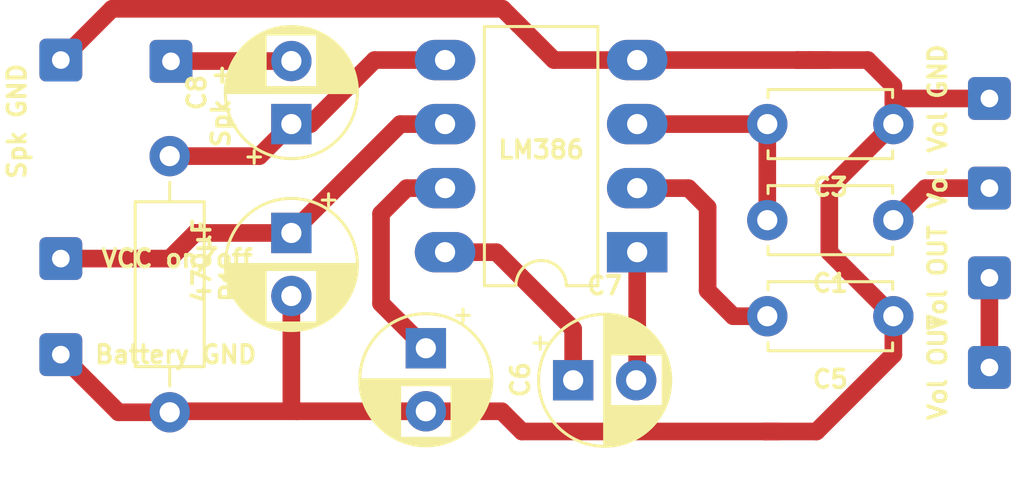
<source format=kicad_pcb>
(kicad_pcb (version 20171130) (host pcbnew "(5.1.10-1-10_14)")

  (general
    (thickness 1.6)
    (drawings 0)
    (tracks 64)
    (zones 0)
    (modules 17)
    (nets 12)
  )

  (page A4)
  (layers
    (0 F.Cu signal)
    (31 B.Cu signal)
    (32 B.Adhes user)
    (33 F.Adhes user)
    (34 B.Paste user)
    (35 F.Paste user)
    (36 B.SilkS user)
    (37 F.SilkS user)
    (38 B.Mask user)
    (39 F.Mask user)
    (40 Dwgs.User user)
    (41 Cmts.User user)
    (42 Eco1.User user)
    (43 Eco2.User user)
    (44 Edge.Cuts user)
    (45 Margin user)
    (46 B.CrtYd user)
    (47 F.CrtYd user)
    (48 B.Fab user)
    (49 F.Fab user)
  )

  (setup
    (last_trace_width 0.7)
    (user_trace_width 0.7)
    (trace_clearance 0.2)
    (zone_clearance 0.508)
    (zone_45_only no)
    (trace_min 0.2)
    (via_size 0.8)
    (via_drill 0.4)
    (via_min_size 0.4)
    (via_min_drill 0.3)
    (uvia_size 0.3)
    (uvia_drill 0.1)
    (uvias_allowed no)
    (uvia_min_size 0.2)
    (uvia_min_drill 0.1)
    (edge_width 0.05)
    (segment_width 0.2)
    (pcb_text_width 0.15)
    (pcb_text_size 0.7 0.7)
    (mod_edge_width 0.12)
    (mod_text_size 0.7 0.7)
    (mod_text_width 0.15)
    (pad_size 1.524 1.524)
    (pad_drill 0.762)
    (pad_to_mask_clearance 0)
    (aux_axis_origin 0 0)
    (visible_elements FFFFEF7F)
    (pcbplotparams
      (layerselection 0x010fc_ffffffff)
      (usegerberextensions false)
      (usegerberattributes true)
      (usegerberadvancedattributes true)
      (creategerberjobfile true)
      (excludeedgelayer true)
      (linewidth 0.100000)
      (plotframeref false)
      (viasonmask false)
      (mode 1)
      (useauxorigin false)
      (hpglpennumber 1)
      (hpglpenspeed 20)
      (hpglpendiameter 15.000000)
      (psnegative false)
      (psa4output false)
      (plotreference true)
      (plotvalue true)
      (plotinvisibletext false)
      (padsonsilk false)
      (subtractmaskfromsilk false)
      (outputformat 1)
      (mirror false)
      (drillshape 1)
      (scaleselection 1)
      (outputdirectory ""))
  )

  (net 0 "")
  (net 1 "Net-(C1-Pad2)")
  (net 2 GND)
  (net 3 VCC)
  (net 4 W)
  (net 5 O)
  (net 6 "Net-(C6-Pad1)")
  (net 7 "Net-(C7-Pad1)")
  (net 8 "Net-(C5-Pad2)")
  (net 9 "Net-(C7-Pad2)")
  (net 10 "Net-(C8-Pad1)")
  (net 11 "Net-(J4-Pad1)")

  (net_class Default "This is the default net class."
    (clearance 0.2)
    (trace_width 0.25)
    (via_dia 0.8)
    (via_drill 0.4)
    (uvia_dia 0.3)
    (uvia_drill 0.1)
    (add_net GND)
    (add_net "Net-(C1-Pad2)")
    (add_net "Net-(C5-Pad2)")
    (add_net "Net-(C6-Pad1)")
    (add_net "Net-(C7-Pad1)")
    (add_net "Net-(C7-Pad2)")
    (add_net "Net-(C8-Pad1)")
    (add_net "Net-(J4-Pad1)")
    (add_net O)
    (add_net VCC)
    (add_net W)
  )

  (module Connector_Wire:SolderWire-0.15sqmm_1x01_D0.5mm_OD1.5mm (layer F.Cu) (tedit 5EB70B42) (tstamp 635F5A9B)
    (at 195.834 87.376 270)
    (descr "Soldered wire connection, for a single 0.15 mm² wire, basic insulation, conductor diameter 0.5mm, outer diameter 1.5mm, size source Multi-Contact FLEXI-E 0.15 (https://ec.staubli.com/AcroFiles/Catalogues/TM_Cab-Main-11014119_(en)_hi.pdf), bend radius 3 times outer diameter, generated with kicad-footprint-generator")
    (tags "connector wire 0.15sqmm")
    (path /63645AC1)
    (attr virtual)
    (fp_text reference J8 (at 0 -2.05 90) (layer F.SilkS) hide
      (effects (font (size 0.7 0.7) (thickness 0.15)))
    )
    (fp_text value "Vol OUT" (at 0 2.05 90) (layer F.SilkS)
      (effects (font (size 0.7 0.7) (thickness 0.15)))
    )
    (fp_text user %R (at 0 0 90) (layer F.Fab) hide
      (effects (font (size 0.7 0.7) (thickness 0.15)))
    )
    (fp_circle (center 0 0) (end 0.75 0) (layer F.Fab) (width 0.15))
    (fp_line (start -1.5 -1.35) (end -1.5 1.35) (layer F.CrtYd) (width 0.05))
    (fp_line (start -1.5 1.35) (end 1.5 1.35) (layer F.CrtYd) (width 0.05))
    (fp_line (start 1.5 1.35) (end 1.5 -1.35) (layer F.CrtYd) (width 0.05))
    (fp_line (start 1.5 -1.35) (end -1.5 -1.35) (layer F.CrtYd) (width 0.05))
    (pad 1 thru_hole roundrect (at 0 0 270) (size 1.7 1.7) (drill 0.7) (layers *.Cu *.Mask) (roundrect_rratio 0.147059)
      (net 11 "Net-(J4-Pad1)"))
    (model ${KISYS3DMOD}/Connector_Wire.3dshapes/SolderWire-0.15sqmm_1x01_D0.5mm_OD1.5mm.wrl
      (at (xyz 0 0 0))
      (scale (xyz 1 1 1))
      (rotate (xyz 0 0 0))
    )
  )

  (module Connector_Wire:SolderWire-0.15sqmm_1x01_D0.5mm_OD1.5mm (layer F.Cu) (tedit 5EB70B42) (tstamp 635F5A54)
    (at 195.834 83.82 270)
    (descr "Soldered wire connection, for a single 0.15 mm² wire, basic insulation, conductor diameter 0.5mm, outer diameter 1.5mm, size source Multi-Contact FLEXI-E 0.15 (https://ec.staubli.com/AcroFiles/Catalogues/TM_Cab-Main-11014119_(en)_hi.pdf), bend radius 3 times outer diameter, generated with kicad-footprint-generator")
    (tags "connector wire 0.15sqmm")
    (path /63644CE6)
    (attr virtual)
    (fp_text reference J4 (at 0 -2.05 90) (layer F.SilkS) hide
      (effects (font (size 0.7 0.7) (thickness 0.15)))
    )
    (fp_text value "Vol OUT" (at 0 2.05 90) (layer F.SilkS)
      (effects (font (size 0.7 0.7) (thickness 0.15)))
    )
    (fp_text user %R (at 0 0 90) (layer F.Fab) hide
      (effects (font (size 0.7 0.7) (thickness 0.15)))
    )
    (fp_circle (center 0 0) (end 0.75 0) (layer F.Fab) (width 0.15))
    (fp_line (start -1.5 -1.35) (end -1.5 1.35) (layer F.CrtYd) (width 0.05))
    (fp_line (start -1.5 1.35) (end 1.5 1.35) (layer F.CrtYd) (width 0.05))
    (fp_line (start 1.5 1.35) (end 1.5 -1.35) (layer F.CrtYd) (width 0.05))
    (fp_line (start 1.5 -1.35) (end -1.5 -1.35) (layer F.CrtYd) (width 0.05))
    (pad 1 thru_hole roundrect (at 0 0 270) (size 1.7 1.7) (drill 0.7) (layers *.Cu *.Mask) (roundrect_rratio 0.147059)
      (net 11 "Net-(J4-Pad1)"))
    (model ${KISYS3DMOD}/Connector_Wire.3dshapes/SolderWire-0.15sqmm_1x01_D0.5mm_OD1.5mm.wrl
      (at (xyz 0 0 0))
      (scale (xyz 1 1 1))
      (rotate (xyz 0 0 0))
    )
  )

  (module Package_DIP:DIP-8_W7.62mm_LongPads (layer F.Cu) (tedit 5A02E8C5) (tstamp 6357590F)
    (at 181.864 82.804 180)
    (descr "8-lead though-hole mounted DIP package, row spacing 7.62 mm (300 mils), LongPads")
    (tags "THT DIP DIL PDIP 2.54mm 7.62mm 300mil LongPads")
    (path /6357BFEF)
    (fp_text reference U2 (at 3.81 -2.33) (layer F.SilkS) hide
      (effects (font (size 0.7 0.7) (thickness 0.15)))
    )
    (fp_text value LM386 (at 3.81 4.064) (layer F.SilkS)
      (effects (font (size 0.7 0.7) (thickness 0.15)))
    )
    (fp_line (start 1.635 -1.27) (end 6.985 -1.27) (layer F.Fab) (width 0.15))
    (fp_line (start 6.985 -1.27) (end 6.985 8.89) (layer F.Fab) (width 0.15))
    (fp_line (start 6.985 8.89) (end 0.635 8.89) (layer F.Fab) (width 0.15))
    (fp_line (start 0.635 8.89) (end 0.635 -0.27) (layer F.Fab) (width 0.15))
    (fp_line (start 0.635 -0.27) (end 1.635 -1.27) (layer F.Fab) (width 0.15))
    (fp_line (start 2.81 -1.33) (end 1.56 -1.33) (layer F.SilkS) (width 0.12))
    (fp_line (start 1.56 -1.33) (end 1.56 8.95) (layer F.SilkS) (width 0.12))
    (fp_line (start 1.56 8.95) (end 6.06 8.95) (layer F.SilkS) (width 0.12))
    (fp_line (start 6.06 8.95) (end 6.06 -1.33) (layer F.SilkS) (width 0.12))
    (fp_line (start 6.06 -1.33) (end 4.81 -1.33) (layer F.SilkS) (width 0.12))
    (fp_line (start -1.45 -1.55) (end -1.45 9.15) (layer F.CrtYd) (width 0.05))
    (fp_line (start -1.45 9.15) (end 9.1 9.15) (layer F.CrtYd) (width 0.05))
    (fp_line (start 9.1 9.15) (end 9.1 -1.55) (layer F.CrtYd) (width 0.05))
    (fp_line (start 9.1 -1.55) (end -1.45 -1.55) (layer F.CrtYd) (width 0.05))
    (fp_text user %R (at 3.81 3.81) (layer F.Fab) hide
      (effects (font (size 0.7 0.7) (thickness 0.15)))
    )
    (fp_arc (start 3.81 -1.33) (end 2.81 -1.33) (angle -180) (layer F.SilkS) (width 0.12))
    (pad 8 thru_hole oval (at 7.62 0 180) (size 2.4 1.6) (drill 0.8) (layers *.Cu *.Mask)
      (net 7 "Net-(C7-Pad1)"))
    (pad 4 thru_hole oval (at 0 7.62 180) (size 2.4 1.6) (drill 0.8) (layers *.Cu *.Mask)
      (net 2 GND))
    (pad 7 thru_hole oval (at 7.62 2.54 180) (size 2.4 1.6) (drill 0.8) (layers *.Cu *.Mask)
      (net 6 "Net-(C6-Pad1)"))
    (pad 3 thru_hole oval (at 0 5.08 180) (size 2.4 1.6) (drill 0.8) (layers *.Cu *.Mask)
      (net 1 "Net-(C1-Pad2)"))
    (pad 6 thru_hole oval (at 7.62 5.08 180) (size 2.4 1.6) (drill 0.8) (layers *.Cu *.Mask)
      (net 3 VCC))
    (pad 2 thru_hole oval (at 0 2.54 180) (size 2.4 1.6) (drill 0.8) (layers *.Cu *.Mask)
      (net 8 "Net-(C5-Pad2)"))
    (pad 5 thru_hole oval (at 7.62 7.62 180) (size 2.4 1.6) (drill 0.8) (layers *.Cu *.Mask)
      (net 10 "Net-(C8-Pad1)"))
    (pad 1 thru_hole rect (at 0 0 180) (size 2.4 1.6) (drill 0.8) (layers *.Cu *.Mask)
      (net 9 "Net-(C7-Pad2)"))
    (model ${KISYS3DMOD}/Package_DIP.3dshapes/DIP-8_W7.62mm.wrl
      (at (xyz 0 0 0))
      (scale (xyz 1 1 1))
      (rotate (xyz 0 0 0))
    )
  )

  (module Resistor_THT:R_Axial_DIN0207_L6.3mm_D2.5mm_P10.16mm_Horizontal (layer F.Cu) (tedit 5AE5139B) (tstamp 635756A9)
    (at 163.322 78.994 270)
    (descr "Resistor, Axial_DIN0207 series, Axial, Horizontal, pin pitch=10.16mm, 0.25W = 1/4W, length*diameter=6.3*2.5mm^2, http://cdn-reichelt.de/documents/datenblatt/B400/1_4W%23YAG.pdf")
    (tags "Resistor Axial_DIN0207 series Axial Horizontal pin pitch 10.16mm 0.25W = 1/4W length 6.3mm diameter 2.5mm")
    (path /6362DBB7)
    (fp_text reference R1 (at 5.08 -2.37 90) (layer F.SilkS)
      (effects (font (size 0.7 0.7) (thickness 0.15)))
    )
    (fp_text value 100Ω (at 5.08 2.37 90) (layer F.Fab)
      (effects (font (size 0.7 0.7) (thickness 0.15)))
    )
    (fp_line (start 1.93 -1.25) (end 1.93 1.25) (layer F.Fab) (width 0.15))
    (fp_line (start 1.93 1.25) (end 8.23 1.25) (layer F.Fab) (width 0.15))
    (fp_line (start 8.23 1.25) (end 8.23 -1.25) (layer F.Fab) (width 0.15))
    (fp_line (start 8.23 -1.25) (end 1.93 -1.25) (layer F.Fab) (width 0.15))
    (fp_line (start 0 0) (end 1.93 0) (layer F.Fab) (width 0.15))
    (fp_line (start 10.16 0) (end 8.23 0) (layer F.Fab) (width 0.15))
    (fp_line (start 1.81 -1.37) (end 1.81 1.37) (layer F.SilkS) (width 0.12))
    (fp_line (start 1.81 1.37) (end 8.35 1.37) (layer F.SilkS) (width 0.12))
    (fp_line (start 8.35 1.37) (end 8.35 -1.37) (layer F.SilkS) (width 0.12))
    (fp_line (start 8.35 -1.37) (end 1.81 -1.37) (layer F.SilkS) (width 0.12))
    (fp_line (start 1.04 0) (end 1.81 0) (layer F.SilkS) (width 0.12))
    (fp_line (start 9.12 0) (end 8.35 0) (layer F.SilkS) (width 0.12))
    (fp_line (start -1.05 -1.5) (end -1.05 1.5) (layer F.CrtYd) (width 0.05))
    (fp_line (start -1.05 1.5) (end 11.21 1.5) (layer F.CrtYd) (width 0.05))
    (fp_line (start 11.21 1.5) (end 11.21 -1.5) (layer F.CrtYd) (width 0.05))
    (fp_line (start 11.21 -1.5) (end -1.05 -1.5) (layer F.CrtYd) (width 0.05))
    (fp_text user %R (at 5.08 0 90) (layer F.Fab)
      (effects (font (size 0.7 0.7) (thickness 0.15)))
    )
    (pad 2 thru_hole oval (at 10.16 0 270) (size 1.6 1.6) (drill 0.8) (layers *.Cu *.Mask)
      (net 2 GND))
    (pad 1 thru_hole circle (at 0 0 270) (size 1.6 1.6) (drill 0.8) (layers *.Cu *.Mask)
      (net 10 "Net-(C8-Pad1)"))
    (model ${KISYS3DMOD}/Resistor_THT.3dshapes/R_Axial_DIN0207_L6.3mm_D2.5mm_P10.16mm_Horizontal.wrl
      (at (xyz 0 0 0))
      (scale (xyz 1 1 1))
      (rotate (xyz 0 0 0))
    )
  )

  (module Capacitor_THT:CP_Radial_D5.0mm_P2.50mm (layer F.Cu) (tedit 5AE50EF0) (tstamp 63574F20)
    (at 168.148 77.724 90)
    (descr "CP, Radial series, Radial, pin pitch=2.50mm, , diameter=5mm, Electrolytic Capacitor")
    (tags "CP Radial series Radial pin pitch 2.50mm  diameter 5mm Electrolytic Capacitor")
    (path /635A837C)
    (fp_text reference C8 (at 1.25 -3.75 90) (layer F.SilkS)
      (effects (font (size 0.7 0.7) (thickness 0.15)))
    )
    (fp_text value 470µF (at 1.25 3.75 90) (layer F.Fab)
      (effects (font (size 0.7 0.7) (thickness 0.15)))
    )
    (fp_circle (center 1.25 0) (end 3.75 0) (layer F.Fab) (width 0.15))
    (fp_circle (center 1.25 0) (end 3.87 0) (layer F.SilkS) (width 0.12))
    (fp_circle (center 1.25 0) (end 4 0) (layer F.CrtYd) (width 0.05))
    (fp_line (start -0.883605 -1.0875) (end -0.383605 -1.0875) (layer F.Fab) (width 0.15))
    (fp_line (start -0.633605 -1.3375) (end -0.633605 -0.8375) (layer F.Fab) (width 0.15))
    (fp_line (start 1.25 -2.58) (end 1.25 2.58) (layer F.SilkS) (width 0.12))
    (fp_line (start 1.29 -2.58) (end 1.29 2.58) (layer F.SilkS) (width 0.12))
    (fp_line (start 1.33 -2.579) (end 1.33 2.579) (layer F.SilkS) (width 0.12))
    (fp_line (start 1.37 -2.578) (end 1.37 2.578) (layer F.SilkS) (width 0.12))
    (fp_line (start 1.41 -2.576) (end 1.41 2.576) (layer F.SilkS) (width 0.12))
    (fp_line (start 1.45 -2.573) (end 1.45 2.573) (layer F.SilkS) (width 0.12))
    (fp_line (start 1.49 -2.569) (end 1.49 -1.04) (layer F.SilkS) (width 0.12))
    (fp_line (start 1.49 1.04) (end 1.49 2.569) (layer F.SilkS) (width 0.12))
    (fp_line (start 1.53 -2.565) (end 1.53 -1.04) (layer F.SilkS) (width 0.12))
    (fp_line (start 1.53 1.04) (end 1.53 2.565) (layer F.SilkS) (width 0.12))
    (fp_line (start 1.57 -2.561) (end 1.57 -1.04) (layer F.SilkS) (width 0.12))
    (fp_line (start 1.57 1.04) (end 1.57 2.561) (layer F.SilkS) (width 0.12))
    (fp_line (start 1.61 -2.556) (end 1.61 -1.04) (layer F.SilkS) (width 0.12))
    (fp_line (start 1.61 1.04) (end 1.61 2.556) (layer F.SilkS) (width 0.12))
    (fp_line (start 1.65 -2.55) (end 1.65 -1.04) (layer F.SilkS) (width 0.12))
    (fp_line (start 1.65 1.04) (end 1.65 2.55) (layer F.SilkS) (width 0.12))
    (fp_line (start 1.69 -2.543) (end 1.69 -1.04) (layer F.SilkS) (width 0.12))
    (fp_line (start 1.69 1.04) (end 1.69 2.543) (layer F.SilkS) (width 0.12))
    (fp_line (start 1.73 -2.536) (end 1.73 -1.04) (layer F.SilkS) (width 0.12))
    (fp_line (start 1.73 1.04) (end 1.73 2.536) (layer F.SilkS) (width 0.12))
    (fp_line (start 1.77 -2.528) (end 1.77 -1.04) (layer F.SilkS) (width 0.12))
    (fp_line (start 1.77 1.04) (end 1.77 2.528) (layer F.SilkS) (width 0.12))
    (fp_line (start 1.81 -2.52) (end 1.81 -1.04) (layer F.SilkS) (width 0.12))
    (fp_line (start 1.81 1.04) (end 1.81 2.52) (layer F.SilkS) (width 0.12))
    (fp_line (start 1.85 -2.511) (end 1.85 -1.04) (layer F.SilkS) (width 0.12))
    (fp_line (start 1.85 1.04) (end 1.85 2.511) (layer F.SilkS) (width 0.12))
    (fp_line (start 1.89 -2.501) (end 1.89 -1.04) (layer F.SilkS) (width 0.12))
    (fp_line (start 1.89 1.04) (end 1.89 2.501) (layer F.SilkS) (width 0.12))
    (fp_line (start 1.93 -2.491) (end 1.93 -1.04) (layer F.SilkS) (width 0.12))
    (fp_line (start 1.93 1.04) (end 1.93 2.491) (layer F.SilkS) (width 0.12))
    (fp_line (start 1.971 -2.48) (end 1.971 -1.04) (layer F.SilkS) (width 0.12))
    (fp_line (start 1.971 1.04) (end 1.971 2.48) (layer F.SilkS) (width 0.12))
    (fp_line (start 2.011 -2.468) (end 2.011 -1.04) (layer F.SilkS) (width 0.12))
    (fp_line (start 2.011 1.04) (end 2.011 2.468) (layer F.SilkS) (width 0.12))
    (fp_line (start 2.051 -2.455) (end 2.051 -1.04) (layer F.SilkS) (width 0.12))
    (fp_line (start 2.051 1.04) (end 2.051 2.455) (layer F.SilkS) (width 0.12))
    (fp_line (start 2.091 -2.442) (end 2.091 -1.04) (layer F.SilkS) (width 0.12))
    (fp_line (start 2.091 1.04) (end 2.091 2.442) (layer F.SilkS) (width 0.12))
    (fp_line (start 2.131 -2.428) (end 2.131 -1.04) (layer F.SilkS) (width 0.12))
    (fp_line (start 2.131 1.04) (end 2.131 2.428) (layer F.SilkS) (width 0.12))
    (fp_line (start 2.171 -2.414) (end 2.171 -1.04) (layer F.SilkS) (width 0.12))
    (fp_line (start 2.171 1.04) (end 2.171 2.414) (layer F.SilkS) (width 0.12))
    (fp_line (start 2.211 -2.398) (end 2.211 -1.04) (layer F.SilkS) (width 0.12))
    (fp_line (start 2.211 1.04) (end 2.211 2.398) (layer F.SilkS) (width 0.12))
    (fp_line (start 2.251 -2.382) (end 2.251 -1.04) (layer F.SilkS) (width 0.12))
    (fp_line (start 2.251 1.04) (end 2.251 2.382) (layer F.SilkS) (width 0.12))
    (fp_line (start 2.291 -2.365) (end 2.291 -1.04) (layer F.SilkS) (width 0.12))
    (fp_line (start 2.291 1.04) (end 2.291 2.365) (layer F.SilkS) (width 0.12))
    (fp_line (start 2.331 -2.348) (end 2.331 -1.04) (layer F.SilkS) (width 0.12))
    (fp_line (start 2.331 1.04) (end 2.331 2.348) (layer F.SilkS) (width 0.12))
    (fp_line (start 2.371 -2.329) (end 2.371 -1.04) (layer F.SilkS) (width 0.12))
    (fp_line (start 2.371 1.04) (end 2.371 2.329) (layer F.SilkS) (width 0.12))
    (fp_line (start 2.411 -2.31) (end 2.411 -1.04) (layer F.SilkS) (width 0.12))
    (fp_line (start 2.411 1.04) (end 2.411 2.31) (layer F.SilkS) (width 0.12))
    (fp_line (start 2.451 -2.29) (end 2.451 -1.04) (layer F.SilkS) (width 0.12))
    (fp_line (start 2.451 1.04) (end 2.451 2.29) (layer F.SilkS) (width 0.12))
    (fp_line (start 2.491 -2.268) (end 2.491 -1.04) (layer F.SilkS) (width 0.12))
    (fp_line (start 2.491 1.04) (end 2.491 2.268) (layer F.SilkS) (width 0.12))
    (fp_line (start 2.531 -2.247) (end 2.531 -1.04) (layer F.SilkS) (width 0.12))
    (fp_line (start 2.531 1.04) (end 2.531 2.247) (layer F.SilkS) (width 0.12))
    (fp_line (start 2.571 -2.224) (end 2.571 -1.04) (layer F.SilkS) (width 0.12))
    (fp_line (start 2.571 1.04) (end 2.571 2.224) (layer F.SilkS) (width 0.12))
    (fp_line (start 2.611 -2.2) (end 2.611 -1.04) (layer F.SilkS) (width 0.12))
    (fp_line (start 2.611 1.04) (end 2.611 2.2) (layer F.SilkS) (width 0.12))
    (fp_line (start 2.651 -2.175) (end 2.651 -1.04) (layer F.SilkS) (width 0.12))
    (fp_line (start 2.651 1.04) (end 2.651 2.175) (layer F.SilkS) (width 0.12))
    (fp_line (start 2.691 -2.149) (end 2.691 -1.04) (layer F.SilkS) (width 0.12))
    (fp_line (start 2.691 1.04) (end 2.691 2.149) (layer F.SilkS) (width 0.12))
    (fp_line (start 2.731 -2.122) (end 2.731 -1.04) (layer F.SilkS) (width 0.12))
    (fp_line (start 2.731 1.04) (end 2.731 2.122) (layer F.SilkS) (width 0.12))
    (fp_line (start 2.771 -2.095) (end 2.771 -1.04) (layer F.SilkS) (width 0.12))
    (fp_line (start 2.771 1.04) (end 2.771 2.095) (layer F.SilkS) (width 0.12))
    (fp_line (start 2.811 -2.065) (end 2.811 -1.04) (layer F.SilkS) (width 0.12))
    (fp_line (start 2.811 1.04) (end 2.811 2.065) (layer F.SilkS) (width 0.12))
    (fp_line (start 2.851 -2.035) (end 2.851 -1.04) (layer F.SilkS) (width 0.12))
    (fp_line (start 2.851 1.04) (end 2.851 2.035) (layer F.SilkS) (width 0.12))
    (fp_line (start 2.891 -2.004) (end 2.891 -1.04) (layer F.SilkS) (width 0.12))
    (fp_line (start 2.891 1.04) (end 2.891 2.004) (layer F.SilkS) (width 0.12))
    (fp_line (start 2.931 -1.971) (end 2.931 -1.04) (layer F.SilkS) (width 0.12))
    (fp_line (start 2.931 1.04) (end 2.931 1.971) (layer F.SilkS) (width 0.12))
    (fp_line (start 2.971 -1.937) (end 2.971 -1.04) (layer F.SilkS) (width 0.12))
    (fp_line (start 2.971 1.04) (end 2.971 1.937) (layer F.SilkS) (width 0.12))
    (fp_line (start 3.011 -1.901) (end 3.011 -1.04) (layer F.SilkS) (width 0.12))
    (fp_line (start 3.011 1.04) (end 3.011 1.901) (layer F.SilkS) (width 0.12))
    (fp_line (start 3.051 -1.864) (end 3.051 -1.04) (layer F.SilkS) (width 0.12))
    (fp_line (start 3.051 1.04) (end 3.051 1.864) (layer F.SilkS) (width 0.12))
    (fp_line (start 3.091 -1.826) (end 3.091 -1.04) (layer F.SilkS) (width 0.12))
    (fp_line (start 3.091 1.04) (end 3.091 1.826) (layer F.SilkS) (width 0.12))
    (fp_line (start 3.131 -1.785) (end 3.131 -1.04) (layer F.SilkS) (width 0.12))
    (fp_line (start 3.131 1.04) (end 3.131 1.785) (layer F.SilkS) (width 0.12))
    (fp_line (start 3.171 -1.743) (end 3.171 -1.04) (layer F.SilkS) (width 0.12))
    (fp_line (start 3.171 1.04) (end 3.171 1.743) (layer F.SilkS) (width 0.12))
    (fp_line (start 3.211 -1.699) (end 3.211 -1.04) (layer F.SilkS) (width 0.12))
    (fp_line (start 3.211 1.04) (end 3.211 1.699) (layer F.SilkS) (width 0.12))
    (fp_line (start 3.251 -1.653) (end 3.251 -1.04) (layer F.SilkS) (width 0.12))
    (fp_line (start 3.251 1.04) (end 3.251 1.653) (layer F.SilkS) (width 0.12))
    (fp_line (start 3.291 -1.605) (end 3.291 -1.04) (layer F.SilkS) (width 0.12))
    (fp_line (start 3.291 1.04) (end 3.291 1.605) (layer F.SilkS) (width 0.12))
    (fp_line (start 3.331 -1.554) (end 3.331 -1.04) (layer F.SilkS) (width 0.12))
    (fp_line (start 3.331 1.04) (end 3.331 1.554) (layer F.SilkS) (width 0.12))
    (fp_line (start 3.371 -1.5) (end 3.371 -1.04) (layer F.SilkS) (width 0.12))
    (fp_line (start 3.371 1.04) (end 3.371 1.5) (layer F.SilkS) (width 0.12))
    (fp_line (start 3.411 -1.443) (end 3.411 -1.04) (layer F.SilkS) (width 0.12))
    (fp_line (start 3.411 1.04) (end 3.411 1.443) (layer F.SilkS) (width 0.12))
    (fp_line (start 3.451 -1.383) (end 3.451 -1.04) (layer F.SilkS) (width 0.12))
    (fp_line (start 3.451 1.04) (end 3.451 1.383) (layer F.SilkS) (width 0.12))
    (fp_line (start 3.491 -1.319) (end 3.491 -1.04) (layer F.SilkS) (width 0.12))
    (fp_line (start 3.491 1.04) (end 3.491 1.319) (layer F.SilkS) (width 0.12))
    (fp_line (start 3.531 -1.251) (end 3.531 -1.04) (layer F.SilkS) (width 0.12))
    (fp_line (start 3.531 1.04) (end 3.531 1.251) (layer F.SilkS) (width 0.12))
    (fp_line (start 3.571 -1.178) (end 3.571 1.178) (layer F.SilkS) (width 0.12))
    (fp_line (start 3.611 -1.098) (end 3.611 1.098) (layer F.SilkS) (width 0.12))
    (fp_line (start 3.651 -1.011) (end 3.651 1.011) (layer F.SilkS) (width 0.12))
    (fp_line (start 3.691 -0.915) (end 3.691 0.915) (layer F.SilkS) (width 0.12))
    (fp_line (start 3.731 -0.805) (end 3.731 0.805) (layer F.SilkS) (width 0.12))
    (fp_line (start 3.771 -0.677) (end 3.771 0.677) (layer F.SilkS) (width 0.12))
    (fp_line (start 3.811 -0.518) (end 3.811 0.518) (layer F.SilkS) (width 0.12))
    (fp_line (start 3.851 -0.284) (end 3.851 0.284) (layer F.SilkS) (width 0.12))
    (fp_line (start -1.554775 -1.475) (end -1.054775 -1.475) (layer F.SilkS) (width 0.12))
    (fp_line (start -1.304775 -1.725) (end -1.304775 -1.225) (layer F.SilkS) (width 0.12))
    (fp_text user %R (at 1.25 0 90) (layer F.Fab)
      (effects (font (size 0.7 0.7) (thickness 0.15)))
    )
    (pad 2 thru_hole circle (at 2.5 0 90) (size 1.6 1.6) (drill 0.8) (layers *.Cu *.Mask)
      (net 4 W))
    (pad 1 thru_hole rect (at 0 0 90) (size 1.6 1.6) (drill 0.8) (layers *.Cu *.Mask)
      (net 10 "Net-(C8-Pad1)"))
    (model ${KISYS3DMOD}/Capacitor_THT.3dshapes/CP_Radial_D5.0mm_P2.50mm.wrl
      (at (xyz 0 0 0))
      (scale (xyz 1 1 1))
      (rotate (xyz 0 0 0))
    )
  )

  (module Capacitor_THT:CP_Radial_D5.0mm_P2.50mm (layer F.Cu) (tedit 5AE50EF0) (tstamp 63574E9C)
    (at 179.324 87.884)
    (descr "CP, Radial series, Radial, pin pitch=2.50mm, , diameter=5mm, Electrolytic Capacitor")
    (tags "CP Radial series Radial pin pitch 2.50mm  diameter 5mm Electrolytic Capacitor")
    (path /6357DBBA)
    (fp_text reference C7 (at 1.25 -3.75) (layer F.SilkS)
      (effects (font (size 0.7 0.7) (thickness 0.15)))
    )
    (fp_text value 10µF (at 1.25 3.75) (layer F.Fab)
      (effects (font (size 0.7 0.7) (thickness 0.15)))
    )
    (fp_circle (center 1.25 0) (end 3.75 0) (layer F.Fab) (width 0.15))
    (fp_circle (center 1.25 0) (end 3.87 0) (layer F.SilkS) (width 0.12))
    (fp_circle (center 1.25 0) (end 4 0) (layer F.CrtYd) (width 0.05))
    (fp_line (start -0.883605 -1.0875) (end -0.383605 -1.0875) (layer F.Fab) (width 0.15))
    (fp_line (start -0.633605 -1.3375) (end -0.633605 -0.8375) (layer F.Fab) (width 0.15))
    (fp_line (start 1.25 -2.58) (end 1.25 2.58) (layer F.SilkS) (width 0.12))
    (fp_line (start 1.29 -2.58) (end 1.29 2.58) (layer F.SilkS) (width 0.12))
    (fp_line (start 1.33 -2.579) (end 1.33 2.579) (layer F.SilkS) (width 0.12))
    (fp_line (start 1.37 -2.578) (end 1.37 2.578) (layer F.SilkS) (width 0.12))
    (fp_line (start 1.41 -2.576) (end 1.41 2.576) (layer F.SilkS) (width 0.12))
    (fp_line (start 1.45 -2.573) (end 1.45 2.573) (layer F.SilkS) (width 0.12))
    (fp_line (start 1.49 -2.569) (end 1.49 -1.04) (layer F.SilkS) (width 0.12))
    (fp_line (start 1.49 1.04) (end 1.49 2.569) (layer F.SilkS) (width 0.12))
    (fp_line (start 1.53 -2.565) (end 1.53 -1.04) (layer F.SilkS) (width 0.12))
    (fp_line (start 1.53 1.04) (end 1.53 2.565) (layer F.SilkS) (width 0.12))
    (fp_line (start 1.57 -2.561) (end 1.57 -1.04) (layer F.SilkS) (width 0.12))
    (fp_line (start 1.57 1.04) (end 1.57 2.561) (layer F.SilkS) (width 0.12))
    (fp_line (start 1.61 -2.556) (end 1.61 -1.04) (layer F.SilkS) (width 0.12))
    (fp_line (start 1.61 1.04) (end 1.61 2.556) (layer F.SilkS) (width 0.12))
    (fp_line (start 1.65 -2.55) (end 1.65 -1.04) (layer F.SilkS) (width 0.12))
    (fp_line (start 1.65 1.04) (end 1.65 2.55) (layer F.SilkS) (width 0.12))
    (fp_line (start 1.69 -2.543) (end 1.69 -1.04) (layer F.SilkS) (width 0.12))
    (fp_line (start 1.69 1.04) (end 1.69 2.543) (layer F.SilkS) (width 0.12))
    (fp_line (start 1.73 -2.536) (end 1.73 -1.04) (layer F.SilkS) (width 0.12))
    (fp_line (start 1.73 1.04) (end 1.73 2.536) (layer F.SilkS) (width 0.12))
    (fp_line (start 1.77 -2.528) (end 1.77 -1.04) (layer F.SilkS) (width 0.12))
    (fp_line (start 1.77 1.04) (end 1.77 2.528) (layer F.SilkS) (width 0.12))
    (fp_line (start 1.81 -2.52) (end 1.81 -1.04) (layer F.SilkS) (width 0.12))
    (fp_line (start 1.81 1.04) (end 1.81 2.52) (layer F.SilkS) (width 0.12))
    (fp_line (start 1.85 -2.511) (end 1.85 -1.04) (layer F.SilkS) (width 0.12))
    (fp_line (start 1.85 1.04) (end 1.85 2.511) (layer F.SilkS) (width 0.12))
    (fp_line (start 1.89 -2.501) (end 1.89 -1.04) (layer F.SilkS) (width 0.12))
    (fp_line (start 1.89 1.04) (end 1.89 2.501) (layer F.SilkS) (width 0.12))
    (fp_line (start 1.93 -2.491) (end 1.93 -1.04) (layer F.SilkS) (width 0.12))
    (fp_line (start 1.93 1.04) (end 1.93 2.491) (layer F.SilkS) (width 0.12))
    (fp_line (start 1.971 -2.48) (end 1.971 -1.04) (layer F.SilkS) (width 0.12))
    (fp_line (start 1.971 1.04) (end 1.971 2.48) (layer F.SilkS) (width 0.12))
    (fp_line (start 2.011 -2.468) (end 2.011 -1.04) (layer F.SilkS) (width 0.12))
    (fp_line (start 2.011 1.04) (end 2.011 2.468) (layer F.SilkS) (width 0.12))
    (fp_line (start 2.051 -2.455) (end 2.051 -1.04) (layer F.SilkS) (width 0.12))
    (fp_line (start 2.051 1.04) (end 2.051 2.455) (layer F.SilkS) (width 0.12))
    (fp_line (start 2.091 -2.442) (end 2.091 -1.04) (layer F.SilkS) (width 0.12))
    (fp_line (start 2.091 1.04) (end 2.091 2.442) (layer F.SilkS) (width 0.12))
    (fp_line (start 2.131 -2.428) (end 2.131 -1.04) (layer F.SilkS) (width 0.12))
    (fp_line (start 2.131 1.04) (end 2.131 2.428) (layer F.SilkS) (width 0.12))
    (fp_line (start 2.171 -2.414) (end 2.171 -1.04) (layer F.SilkS) (width 0.12))
    (fp_line (start 2.171 1.04) (end 2.171 2.414) (layer F.SilkS) (width 0.12))
    (fp_line (start 2.211 -2.398) (end 2.211 -1.04) (layer F.SilkS) (width 0.12))
    (fp_line (start 2.211 1.04) (end 2.211 2.398) (layer F.SilkS) (width 0.12))
    (fp_line (start 2.251 -2.382) (end 2.251 -1.04) (layer F.SilkS) (width 0.12))
    (fp_line (start 2.251 1.04) (end 2.251 2.382) (layer F.SilkS) (width 0.12))
    (fp_line (start 2.291 -2.365) (end 2.291 -1.04) (layer F.SilkS) (width 0.12))
    (fp_line (start 2.291 1.04) (end 2.291 2.365) (layer F.SilkS) (width 0.12))
    (fp_line (start 2.331 -2.348) (end 2.331 -1.04) (layer F.SilkS) (width 0.12))
    (fp_line (start 2.331 1.04) (end 2.331 2.348) (layer F.SilkS) (width 0.12))
    (fp_line (start 2.371 -2.329) (end 2.371 -1.04) (layer F.SilkS) (width 0.12))
    (fp_line (start 2.371 1.04) (end 2.371 2.329) (layer F.SilkS) (width 0.12))
    (fp_line (start 2.411 -2.31) (end 2.411 -1.04) (layer F.SilkS) (width 0.12))
    (fp_line (start 2.411 1.04) (end 2.411 2.31) (layer F.SilkS) (width 0.12))
    (fp_line (start 2.451 -2.29) (end 2.451 -1.04) (layer F.SilkS) (width 0.12))
    (fp_line (start 2.451 1.04) (end 2.451 2.29) (layer F.SilkS) (width 0.12))
    (fp_line (start 2.491 -2.268) (end 2.491 -1.04) (layer F.SilkS) (width 0.12))
    (fp_line (start 2.491 1.04) (end 2.491 2.268) (layer F.SilkS) (width 0.12))
    (fp_line (start 2.531 -2.247) (end 2.531 -1.04) (layer F.SilkS) (width 0.12))
    (fp_line (start 2.531 1.04) (end 2.531 2.247) (layer F.SilkS) (width 0.12))
    (fp_line (start 2.571 -2.224) (end 2.571 -1.04) (layer F.SilkS) (width 0.12))
    (fp_line (start 2.571 1.04) (end 2.571 2.224) (layer F.SilkS) (width 0.12))
    (fp_line (start 2.611 -2.2) (end 2.611 -1.04) (layer F.SilkS) (width 0.12))
    (fp_line (start 2.611 1.04) (end 2.611 2.2) (layer F.SilkS) (width 0.12))
    (fp_line (start 2.651 -2.175) (end 2.651 -1.04) (layer F.SilkS) (width 0.12))
    (fp_line (start 2.651 1.04) (end 2.651 2.175) (layer F.SilkS) (width 0.12))
    (fp_line (start 2.691 -2.149) (end 2.691 -1.04) (layer F.SilkS) (width 0.12))
    (fp_line (start 2.691 1.04) (end 2.691 2.149) (layer F.SilkS) (width 0.12))
    (fp_line (start 2.731 -2.122) (end 2.731 -1.04) (layer F.SilkS) (width 0.12))
    (fp_line (start 2.731 1.04) (end 2.731 2.122) (layer F.SilkS) (width 0.12))
    (fp_line (start 2.771 -2.095) (end 2.771 -1.04) (layer F.SilkS) (width 0.12))
    (fp_line (start 2.771 1.04) (end 2.771 2.095) (layer F.SilkS) (width 0.12))
    (fp_line (start 2.811 -2.065) (end 2.811 -1.04) (layer F.SilkS) (width 0.12))
    (fp_line (start 2.811 1.04) (end 2.811 2.065) (layer F.SilkS) (width 0.12))
    (fp_line (start 2.851 -2.035) (end 2.851 -1.04) (layer F.SilkS) (width 0.12))
    (fp_line (start 2.851 1.04) (end 2.851 2.035) (layer F.SilkS) (width 0.12))
    (fp_line (start 2.891 -2.004) (end 2.891 -1.04) (layer F.SilkS) (width 0.12))
    (fp_line (start 2.891 1.04) (end 2.891 2.004) (layer F.SilkS) (width 0.12))
    (fp_line (start 2.931 -1.971) (end 2.931 -1.04) (layer F.SilkS) (width 0.12))
    (fp_line (start 2.931 1.04) (end 2.931 1.971) (layer F.SilkS) (width 0.12))
    (fp_line (start 2.971 -1.937) (end 2.971 -1.04) (layer F.SilkS) (width 0.12))
    (fp_line (start 2.971 1.04) (end 2.971 1.937) (layer F.SilkS) (width 0.12))
    (fp_line (start 3.011 -1.901) (end 3.011 -1.04) (layer F.SilkS) (width 0.12))
    (fp_line (start 3.011 1.04) (end 3.011 1.901) (layer F.SilkS) (width 0.12))
    (fp_line (start 3.051 -1.864) (end 3.051 -1.04) (layer F.SilkS) (width 0.12))
    (fp_line (start 3.051 1.04) (end 3.051 1.864) (layer F.SilkS) (width 0.12))
    (fp_line (start 3.091 -1.826) (end 3.091 -1.04) (layer F.SilkS) (width 0.12))
    (fp_line (start 3.091 1.04) (end 3.091 1.826) (layer F.SilkS) (width 0.12))
    (fp_line (start 3.131 -1.785) (end 3.131 -1.04) (layer F.SilkS) (width 0.12))
    (fp_line (start 3.131 1.04) (end 3.131 1.785) (layer F.SilkS) (width 0.12))
    (fp_line (start 3.171 -1.743) (end 3.171 -1.04) (layer F.SilkS) (width 0.12))
    (fp_line (start 3.171 1.04) (end 3.171 1.743) (layer F.SilkS) (width 0.12))
    (fp_line (start 3.211 -1.699) (end 3.211 -1.04) (layer F.SilkS) (width 0.12))
    (fp_line (start 3.211 1.04) (end 3.211 1.699) (layer F.SilkS) (width 0.12))
    (fp_line (start 3.251 -1.653) (end 3.251 -1.04) (layer F.SilkS) (width 0.12))
    (fp_line (start 3.251 1.04) (end 3.251 1.653) (layer F.SilkS) (width 0.12))
    (fp_line (start 3.291 -1.605) (end 3.291 -1.04) (layer F.SilkS) (width 0.12))
    (fp_line (start 3.291 1.04) (end 3.291 1.605) (layer F.SilkS) (width 0.12))
    (fp_line (start 3.331 -1.554) (end 3.331 -1.04) (layer F.SilkS) (width 0.12))
    (fp_line (start 3.331 1.04) (end 3.331 1.554) (layer F.SilkS) (width 0.12))
    (fp_line (start 3.371 -1.5) (end 3.371 -1.04) (layer F.SilkS) (width 0.12))
    (fp_line (start 3.371 1.04) (end 3.371 1.5) (layer F.SilkS) (width 0.12))
    (fp_line (start 3.411 -1.443) (end 3.411 -1.04) (layer F.SilkS) (width 0.12))
    (fp_line (start 3.411 1.04) (end 3.411 1.443) (layer F.SilkS) (width 0.12))
    (fp_line (start 3.451 -1.383) (end 3.451 -1.04) (layer F.SilkS) (width 0.12))
    (fp_line (start 3.451 1.04) (end 3.451 1.383) (layer F.SilkS) (width 0.12))
    (fp_line (start 3.491 -1.319) (end 3.491 -1.04) (layer F.SilkS) (width 0.12))
    (fp_line (start 3.491 1.04) (end 3.491 1.319) (layer F.SilkS) (width 0.12))
    (fp_line (start 3.531 -1.251) (end 3.531 -1.04) (layer F.SilkS) (width 0.12))
    (fp_line (start 3.531 1.04) (end 3.531 1.251) (layer F.SilkS) (width 0.12))
    (fp_line (start 3.571 -1.178) (end 3.571 1.178) (layer F.SilkS) (width 0.12))
    (fp_line (start 3.611 -1.098) (end 3.611 1.098) (layer F.SilkS) (width 0.12))
    (fp_line (start 3.651 -1.011) (end 3.651 1.011) (layer F.SilkS) (width 0.12))
    (fp_line (start 3.691 -0.915) (end 3.691 0.915) (layer F.SilkS) (width 0.12))
    (fp_line (start 3.731 -0.805) (end 3.731 0.805) (layer F.SilkS) (width 0.12))
    (fp_line (start 3.771 -0.677) (end 3.771 0.677) (layer F.SilkS) (width 0.12))
    (fp_line (start 3.811 -0.518) (end 3.811 0.518) (layer F.SilkS) (width 0.12))
    (fp_line (start 3.851 -0.284) (end 3.851 0.284) (layer F.SilkS) (width 0.12))
    (fp_line (start -1.554775 -1.475) (end -1.054775 -1.475) (layer F.SilkS) (width 0.12))
    (fp_line (start -1.304775 -1.725) (end -1.304775 -1.225) (layer F.SilkS) (width 0.12))
    (fp_text user %R (at 1.25 0) (layer F.Fab)
      (effects (font (size 0.7 0.7) (thickness 0.15)))
    )
    (pad 2 thru_hole circle (at 2.5 0) (size 1.6 1.6) (drill 0.8) (layers *.Cu *.Mask)
      (net 9 "Net-(C7-Pad2)"))
    (pad 1 thru_hole rect (at 0 0) (size 1.6 1.6) (drill 0.8) (layers *.Cu *.Mask)
      (net 7 "Net-(C7-Pad1)"))
    (model ${KISYS3DMOD}/Capacitor_THT.3dshapes/CP_Radial_D5.0mm_P2.50mm.wrl
      (at (xyz 0 0 0))
      (scale (xyz 1 1 1))
      (rotate (xyz 0 0 0))
    )
  )

  (module Capacitor_THT:CP_Radial_D5.0mm_P2.50mm (layer F.Cu) (tedit 5AE50EF0) (tstamp 63574E18)
    (at 173.482 86.614 270)
    (descr "CP, Radial series, Radial, pin pitch=2.50mm, , diameter=5mm, Electrolytic Capacitor")
    (tags "CP Radial series Radial pin pitch 2.50mm  diameter 5mm Electrolytic Capacitor")
    (path /6358EEF9)
    (fp_text reference C6 (at 1.25 -3.75 90) (layer F.SilkS)
      (effects (font (size 0.7 0.7) (thickness 0.15)))
    )
    (fp_text value 10µF (at 1.25 3.75 90) (layer F.Fab)
      (effects (font (size 0.7 0.7) (thickness 0.15)))
    )
    (fp_circle (center 1.25 0) (end 3.75 0) (layer F.Fab) (width 0.15))
    (fp_circle (center 1.25 0) (end 3.87 0) (layer F.SilkS) (width 0.12))
    (fp_circle (center 1.25 0) (end 4 0) (layer F.CrtYd) (width 0.05))
    (fp_line (start -0.883605 -1.0875) (end -0.383605 -1.0875) (layer F.Fab) (width 0.15))
    (fp_line (start -0.633605 -1.3375) (end -0.633605 -0.8375) (layer F.Fab) (width 0.15))
    (fp_line (start 1.25 -2.58) (end 1.25 2.58) (layer F.SilkS) (width 0.12))
    (fp_line (start 1.29 -2.58) (end 1.29 2.58) (layer F.SilkS) (width 0.12))
    (fp_line (start 1.33 -2.579) (end 1.33 2.579) (layer F.SilkS) (width 0.12))
    (fp_line (start 1.37 -2.578) (end 1.37 2.578) (layer F.SilkS) (width 0.12))
    (fp_line (start 1.41 -2.576) (end 1.41 2.576) (layer F.SilkS) (width 0.12))
    (fp_line (start 1.45 -2.573) (end 1.45 2.573) (layer F.SilkS) (width 0.12))
    (fp_line (start 1.49 -2.569) (end 1.49 -1.04) (layer F.SilkS) (width 0.12))
    (fp_line (start 1.49 1.04) (end 1.49 2.569) (layer F.SilkS) (width 0.12))
    (fp_line (start 1.53 -2.565) (end 1.53 -1.04) (layer F.SilkS) (width 0.12))
    (fp_line (start 1.53 1.04) (end 1.53 2.565) (layer F.SilkS) (width 0.12))
    (fp_line (start 1.57 -2.561) (end 1.57 -1.04) (layer F.SilkS) (width 0.12))
    (fp_line (start 1.57 1.04) (end 1.57 2.561) (layer F.SilkS) (width 0.12))
    (fp_line (start 1.61 -2.556) (end 1.61 -1.04) (layer F.SilkS) (width 0.12))
    (fp_line (start 1.61 1.04) (end 1.61 2.556) (layer F.SilkS) (width 0.12))
    (fp_line (start 1.65 -2.55) (end 1.65 -1.04) (layer F.SilkS) (width 0.12))
    (fp_line (start 1.65 1.04) (end 1.65 2.55) (layer F.SilkS) (width 0.12))
    (fp_line (start 1.69 -2.543) (end 1.69 -1.04) (layer F.SilkS) (width 0.12))
    (fp_line (start 1.69 1.04) (end 1.69 2.543) (layer F.SilkS) (width 0.12))
    (fp_line (start 1.73 -2.536) (end 1.73 -1.04) (layer F.SilkS) (width 0.12))
    (fp_line (start 1.73 1.04) (end 1.73 2.536) (layer F.SilkS) (width 0.12))
    (fp_line (start 1.77 -2.528) (end 1.77 -1.04) (layer F.SilkS) (width 0.12))
    (fp_line (start 1.77 1.04) (end 1.77 2.528) (layer F.SilkS) (width 0.12))
    (fp_line (start 1.81 -2.52) (end 1.81 -1.04) (layer F.SilkS) (width 0.12))
    (fp_line (start 1.81 1.04) (end 1.81 2.52) (layer F.SilkS) (width 0.12))
    (fp_line (start 1.85 -2.511) (end 1.85 -1.04) (layer F.SilkS) (width 0.12))
    (fp_line (start 1.85 1.04) (end 1.85 2.511) (layer F.SilkS) (width 0.12))
    (fp_line (start 1.89 -2.501) (end 1.89 -1.04) (layer F.SilkS) (width 0.12))
    (fp_line (start 1.89 1.04) (end 1.89 2.501) (layer F.SilkS) (width 0.12))
    (fp_line (start 1.93 -2.491) (end 1.93 -1.04) (layer F.SilkS) (width 0.12))
    (fp_line (start 1.93 1.04) (end 1.93 2.491) (layer F.SilkS) (width 0.12))
    (fp_line (start 1.971 -2.48) (end 1.971 -1.04) (layer F.SilkS) (width 0.12))
    (fp_line (start 1.971 1.04) (end 1.971 2.48) (layer F.SilkS) (width 0.12))
    (fp_line (start 2.011 -2.468) (end 2.011 -1.04) (layer F.SilkS) (width 0.12))
    (fp_line (start 2.011 1.04) (end 2.011 2.468) (layer F.SilkS) (width 0.12))
    (fp_line (start 2.051 -2.455) (end 2.051 -1.04) (layer F.SilkS) (width 0.12))
    (fp_line (start 2.051 1.04) (end 2.051 2.455) (layer F.SilkS) (width 0.12))
    (fp_line (start 2.091 -2.442) (end 2.091 -1.04) (layer F.SilkS) (width 0.12))
    (fp_line (start 2.091 1.04) (end 2.091 2.442) (layer F.SilkS) (width 0.12))
    (fp_line (start 2.131 -2.428) (end 2.131 -1.04) (layer F.SilkS) (width 0.12))
    (fp_line (start 2.131 1.04) (end 2.131 2.428) (layer F.SilkS) (width 0.12))
    (fp_line (start 2.171 -2.414) (end 2.171 -1.04) (layer F.SilkS) (width 0.12))
    (fp_line (start 2.171 1.04) (end 2.171 2.414) (layer F.SilkS) (width 0.12))
    (fp_line (start 2.211 -2.398) (end 2.211 -1.04) (layer F.SilkS) (width 0.12))
    (fp_line (start 2.211 1.04) (end 2.211 2.398) (layer F.SilkS) (width 0.12))
    (fp_line (start 2.251 -2.382) (end 2.251 -1.04) (layer F.SilkS) (width 0.12))
    (fp_line (start 2.251 1.04) (end 2.251 2.382) (layer F.SilkS) (width 0.12))
    (fp_line (start 2.291 -2.365) (end 2.291 -1.04) (layer F.SilkS) (width 0.12))
    (fp_line (start 2.291 1.04) (end 2.291 2.365) (layer F.SilkS) (width 0.12))
    (fp_line (start 2.331 -2.348) (end 2.331 -1.04) (layer F.SilkS) (width 0.12))
    (fp_line (start 2.331 1.04) (end 2.331 2.348) (layer F.SilkS) (width 0.12))
    (fp_line (start 2.371 -2.329) (end 2.371 -1.04) (layer F.SilkS) (width 0.12))
    (fp_line (start 2.371 1.04) (end 2.371 2.329) (layer F.SilkS) (width 0.12))
    (fp_line (start 2.411 -2.31) (end 2.411 -1.04) (layer F.SilkS) (width 0.12))
    (fp_line (start 2.411 1.04) (end 2.411 2.31) (layer F.SilkS) (width 0.12))
    (fp_line (start 2.451 -2.29) (end 2.451 -1.04) (layer F.SilkS) (width 0.12))
    (fp_line (start 2.451 1.04) (end 2.451 2.29) (layer F.SilkS) (width 0.12))
    (fp_line (start 2.491 -2.268) (end 2.491 -1.04) (layer F.SilkS) (width 0.12))
    (fp_line (start 2.491 1.04) (end 2.491 2.268) (layer F.SilkS) (width 0.12))
    (fp_line (start 2.531 -2.247) (end 2.531 -1.04) (layer F.SilkS) (width 0.12))
    (fp_line (start 2.531 1.04) (end 2.531 2.247) (layer F.SilkS) (width 0.12))
    (fp_line (start 2.571 -2.224) (end 2.571 -1.04) (layer F.SilkS) (width 0.12))
    (fp_line (start 2.571 1.04) (end 2.571 2.224) (layer F.SilkS) (width 0.12))
    (fp_line (start 2.611 -2.2) (end 2.611 -1.04) (layer F.SilkS) (width 0.12))
    (fp_line (start 2.611 1.04) (end 2.611 2.2) (layer F.SilkS) (width 0.12))
    (fp_line (start 2.651 -2.175) (end 2.651 -1.04) (layer F.SilkS) (width 0.12))
    (fp_line (start 2.651 1.04) (end 2.651 2.175) (layer F.SilkS) (width 0.12))
    (fp_line (start 2.691 -2.149) (end 2.691 -1.04) (layer F.SilkS) (width 0.12))
    (fp_line (start 2.691 1.04) (end 2.691 2.149) (layer F.SilkS) (width 0.12))
    (fp_line (start 2.731 -2.122) (end 2.731 -1.04) (layer F.SilkS) (width 0.12))
    (fp_line (start 2.731 1.04) (end 2.731 2.122) (layer F.SilkS) (width 0.12))
    (fp_line (start 2.771 -2.095) (end 2.771 -1.04) (layer F.SilkS) (width 0.12))
    (fp_line (start 2.771 1.04) (end 2.771 2.095) (layer F.SilkS) (width 0.12))
    (fp_line (start 2.811 -2.065) (end 2.811 -1.04) (layer F.SilkS) (width 0.12))
    (fp_line (start 2.811 1.04) (end 2.811 2.065) (layer F.SilkS) (width 0.12))
    (fp_line (start 2.851 -2.035) (end 2.851 -1.04) (layer F.SilkS) (width 0.12))
    (fp_line (start 2.851 1.04) (end 2.851 2.035) (layer F.SilkS) (width 0.12))
    (fp_line (start 2.891 -2.004) (end 2.891 -1.04) (layer F.SilkS) (width 0.12))
    (fp_line (start 2.891 1.04) (end 2.891 2.004) (layer F.SilkS) (width 0.12))
    (fp_line (start 2.931 -1.971) (end 2.931 -1.04) (layer F.SilkS) (width 0.12))
    (fp_line (start 2.931 1.04) (end 2.931 1.971) (layer F.SilkS) (width 0.12))
    (fp_line (start 2.971 -1.937) (end 2.971 -1.04) (layer F.SilkS) (width 0.12))
    (fp_line (start 2.971 1.04) (end 2.971 1.937) (layer F.SilkS) (width 0.12))
    (fp_line (start 3.011 -1.901) (end 3.011 -1.04) (layer F.SilkS) (width 0.12))
    (fp_line (start 3.011 1.04) (end 3.011 1.901) (layer F.SilkS) (width 0.12))
    (fp_line (start 3.051 -1.864) (end 3.051 -1.04) (layer F.SilkS) (width 0.12))
    (fp_line (start 3.051 1.04) (end 3.051 1.864) (layer F.SilkS) (width 0.12))
    (fp_line (start 3.091 -1.826) (end 3.091 -1.04) (layer F.SilkS) (width 0.12))
    (fp_line (start 3.091 1.04) (end 3.091 1.826) (layer F.SilkS) (width 0.12))
    (fp_line (start 3.131 -1.785) (end 3.131 -1.04) (layer F.SilkS) (width 0.12))
    (fp_line (start 3.131 1.04) (end 3.131 1.785) (layer F.SilkS) (width 0.12))
    (fp_line (start 3.171 -1.743) (end 3.171 -1.04) (layer F.SilkS) (width 0.12))
    (fp_line (start 3.171 1.04) (end 3.171 1.743) (layer F.SilkS) (width 0.12))
    (fp_line (start 3.211 -1.699) (end 3.211 -1.04) (layer F.SilkS) (width 0.12))
    (fp_line (start 3.211 1.04) (end 3.211 1.699) (layer F.SilkS) (width 0.12))
    (fp_line (start 3.251 -1.653) (end 3.251 -1.04) (layer F.SilkS) (width 0.12))
    (fp_line (start 3.251 1.04) (end 3.251 1.653) (layer F.SilkS) (width 0.12))
    (fp_line (start 3.291 -1.605) (end 3.291 -1.04) (layer F.SilkS) (width 0.12))
    (fp_line (start 3.291 1.04) (end 3.291 1.605) (layer F.SilkS) (width 0.12))
    (fp_line (start 3.331 -1.554) (end 3.331 -1.04) (layer F.SilkS) (width 0.12))
    (fp_line (start 3.331 1.04) (end 3.331 1.554) (layer F.SilkS) (width 0.12))
    (fp_line (start 3.371 -1.5) (end 3.371 -1.04) (layer F.SilkS) (width 0.12))
    (fp_line (start 3.371 1.04) (end 3.371 1.5) (layer F.SilkS) (width 0.12))
    (fp_line (start 3.411 -1.443) (end 3.411 -1.04) (layer F.SilkS) (width 0.12))
    (fp_line (start 3.411 1.04) (end 3.411 1.443) (layer F.SilkS) (width 0.12))
    (fp_line (start 3.451 -1.383) (end 3.451 -1.04) (layer F.SilkS) (width 0.12))
    (fp_line (start 3.451 1.04) (end 3.451 1.383) (layer F.SilkS) (width 0.12))
    (fp_line (start 3.491 -1.319) (end 3.491 -1.04) (layer F.SilkS) (width 0.12))
    (fp_line (start 3.491 1.04) (end 3.491 1.319) (layer F.SilkS) (width 0.12))
    (fp_line (start 3.531 -1.251) (end 3.531 -1.04) (layer F.SilkS) (width 0.12))
    (fp_line (start 3.531 1.04) (end 3.531 1.251) (layer F.SilkS) (width 0.12))
    (fp_line (start 3.571 -1.178) (end 3.571 1.178) (layer F.SilkS) (width 0.12))
    (fp_line (start 3.611 -1.098) (end 3.611 1.098) (layer F.SilkS) (width 0.12))
    (fp_line (start 3.651 -1.011) (end 3.651 1.011) (layer F.SilkS) (width 0.12))
    (fp_line (start 3.691 -0.915) (end 3.691 0.915) (layer F.SilkS) (width 0.12))
    (fp_line (start 3.731 -0.805) (end 3.731 0.805) (layer F.SilkS) (width 0.12))
    (fp_line (start 3.771 -0.677) (end 3.771 0.677) (layer F.SilkS) (width 0.12))
    (fp_line (start 3.811 -0.518) (end 3.811 0.518) (layer F.SilkS) (width 0.12))
    (fp_line (start 3.851 -0.284) (end 3.851 0.284) (layer F.SilkS) (width 0.12))
    (fp_line (start -1.554775 -1.475) (end -1.054775 -1.475) (layer F.SilkS) (width 0.12))
    (fp_line (start -1.304775 -1.725) (end -1.304775 -1.225) (layer F.SilkS) (width 0.12))
    (fp_text user %R (at 1.25 0 90) (layer F.Fab)
      (effects (font (size 0.7 0.7) (thickness 0.15)))
    )
    (pad 2 thru_hole circle (at 2.5 0 270) (size 1.6 1.6) (drill 0.8) (layers *.Cu *.Mask)
      (net 2 GND))
    (pad 1 thru_hole rect (at 0 0 270) (size 1.6 1.6) (drill 0.8) (layers *.Cu *.Mask)
      (net 6 "Net-(C6-Pad1)"))
    (model ${KISYS3DMOD}/Capacitor_THT.3dshapes/CP_Radial_D5.0mm_P2.50mm.wrl
      (at (xyz 0 0 0))
      (scale (xyz 1 1 1))
      (rotate (xyz 0 0 0))
    )
  )

  (module Capacitor_THT:C_Disc_D4.7mm_W2.5mm_P5.00mm (layer F.Cu) (tedit 5AE50EF0) (tstamp 63574D94)
    (at 192.024 85.344 180)
    (descr "C, Disc series, Radial, pin pitch=5.00mm, , diameter*width=4.7*2.5mm^2, Capacitor, http://www.vishay.com/docs/45233/krseries.pdf")
    (tags "C Disc series Radial pin pitch 5.00mm  diameter 4.7mm width 2.5mm Capacitor")
    (path /635D1F74)
    (fp_text reference C5 (at 2.5 -2.5) (layer F.SilkS)
      (effects (font (size 0.7 0.7) (thickness 0.15)))
    )
    (fp_text value 0.27µF (at 2.5 2.5) (layer F.Fab)
      (effects (font (size 0.7 0.7) (thickness 0.15)))
    )
    (fp_line (start 0.15 -1.25) (end 0.15 1.25) (layer F.Fab) (width 0.15))
    (fp_line (start 0.15 1.25) (end 4.85 1.25) (layer F.Fab) (width 0.15))
    (fp_line (start 4.85 1.25) (end 4.85 -1.25) (layer F.Fab) (width 0.15))
    (fp_line (start 4.85 -1.25) (end 0.15 -1.25) (layer F.Fab) (width 0.15))
    (fp_line (start 0.03 -1.37) (end 4.97 -1.37) (layer F.SilkS) (width 0.12))
    (fp_line (start 0.03 1.37) (end 4.97 1.37) (layer F.SilkS) (width 0.12))
    (fp_line (start 0.03 -1.37) (end 0.03 -1.055) (layer F.SilkS) (width 0.12))
    (fp_line (start 0.03 1.055) (end 0.03 1.37) (layer F.SilkS) (width 0.12))
    (fp_line (start 4.97 -1.37) (end 4.97 -1.055) (layer F.SilkS) (width 0.12))
    (fp_line (start 4.97 1.055) (end 4.97 1.37) (layer F.SilkS) (width 0.12))
    (fp_line (start -1.05 -1.5) (end -1.05 1.5) (layer F.CrtYd) (width 0.05))
    (fp_line (start -1.05 1.5) (end 6.05 1.5) (layer F.CrtYd) (width 0.05))
    (fp_line (start 6.05 1.5) (end 6.05 -1.5) (layer F.CrtYd) (width 0.05))
    (fp_line (start 6.05 -1.5) (end -1.05 -1.5) (layer F.CrtYd) (width 0.05))
    (fp_text user %R (at 2.5 0) (layer F.Fab)
      (effects (font (size 0.7 0.7) (thickness 0.15)))
    )
    (pad 2 thru_hole circle (at 5 0 180) (size 1.6 1.6) (drill 0.8) (layers *.Cu *.Mask)
      (net 8 "Net-(C5-Pad2)"))
    (pad 1 thru_hole circle (at 0 0 180) (size 1.6 1.6) (drill 0.8) (layers *.Cu *.Mask)
      (net 2 GND))
    (model ${KISYS3DMOD}/Capacitor_THT.3dshapes/C_Disc_D4.7mm_W2.5mm_P5.00mm.wrl
      (at (xyz 0 0 0))
      (scale (xyz 1 1 1))
      (rotate (xyz 0 0 0))
    )
  )

  (module Capacitor_THT:C_Disc_D4.7mm_W2.5mm_P5.00mm (layer F.Cu) (tedit 5AE50EF0) (tstamp 63574D6A)
    (at 192.024 77.724 180)
    (descr "C, Disc series, Radial, pin pitch=5.00mm, , diameter*width=4.7*2.5mm^2, Capacitor, http://www.vishay.com/docs/45233/krseries.pdf")
    (tags "C Disc series Radial pin pitch 5.00mm  diameter 4.7mm width 2.5mm Capacitor")
    (path /635C70D7)
    (fp_text reference C3 (at 2.5 -2.5) (layer F.SilkS)
      (effects (font (size 0.7 0.7) (thickness 0.15)))
    )
    (fp_text value 47pF (at 2.5 2.5) (layer F.Fab)
      (effects (font (size 0.7 0.7) (thickness 0.15)))
    )
    (fp_line (start 0.15 -1.25) (end 0.15 1.25) (layer F.Fab) (width 0.15))
    (fp_line (start 0.15 1.25) (end 4.85 1.25) (layer F.Fab) (width 0.15))
    (fp_line (start 4.85 1.25) (end 4.85 -1.25) (layer F.Fab) (width 0.15))
    (fp_line (start 4.85 -1.25) (end 0.15 -1.25) (layer F.Fab) (width 0.15))
    (fp_line (start 0.03 -1.37) (end 4.97 -1.37) (layer F.SilkS) (width 0.12))
    (fp_line (start 0.03 1.37) (end 4.97 1.37) (layer F.SilkS) (width 0.12))
    (fp_line (start 0.03 -1.37) (end 0.03 -1.055) (layer F.SilkS) (width 0.12))
    (fp_line (start 0.03 1.055) (end 0.03 1.37) (layer F.SilkS) (width 0.12))
    (fp_line (start 4.97 -1.37) (end 4.97 -1.055) (layer F.SilkS) (width 0.12))
    (fp_line (start 4.97 1.055) (end 4.97 1.37) (layer F.SilkS) (width 0.12))
    (fp_line (start -1.05 -1.5) (end -1.05 1.5) (layer F.CrtYd) (width 0.05))
    (fp_line (start -1.05 1.5) (end 6.05 1.5) (layer F.CrtYd) (width 0.05))
    (fp_line (start 6.05 1.5) (end 6.05 -1.5) (layer F.CrtYd) (width 0.05))
    (fp_line (start 6.05 -1.5) (end -1.05 -1.5) (layer F.CrtYd) (width 0.05))
    (fp_text user %R (at 2.5 0) (layer F.Fab)
      (effects (font (size 0.7 0.7) (thickness 0.15)))
    )
    (pad 2 thru_hole circle (at 5 0 180) (size 1.6 1.6) (drill 0.8) (layers *.Cu *.Mask)
      (net 1 "Net-(C1-Pad2)"))
    (pad 1 thru_hole circle (at 0 0 180) (size 1.6 1.6) (drill 0.8) (layers *.Cu *.Mask)
      (net 2 GND))
    (model ${KISYS3DMOD}/Capacitor_THT.3dshapes/C_Disc_D4.7mm_W2.5mm_P5.00mm.wrl
      (at (xyz 0 0 0))
      (scale (xyz 1 1 1))
      (rotate (xyz 0 0 0))
    )
  )

  (module Capacitor_THT:C_Disc_D4.7mm_W2.5mm_P5.00mm (layer F.Cu) (tedit 5AE50EF0) (tstamp 63574C4F)
    (at 192.024 81.534 180)
    (descr "C, Disc series, Radial, pin pitch=5.00mm, , diameter*width=4.7*2.5mm^2, Capacitor, http://www.vishay.com/docs/45233/krseries.pdf")
    (tags "C Disc series Radial pin pitch 5.00mm  diameter 4.7mm width 2.5mm Capacitor")
    (path /635BA387)
    (fp_text reference C1 (at 2.5 -2.5) (layer F.SilkS)
      (effects (font (size 0.7 0.7) (thickness 0.15)))
    )
    (fp_text value 0.27µF (at 2.5 2.5) (layer F.Fab)
      (effects (font (size 0.7 0.7) (thickness 0.15)))
    )
    (fp_line (start 0.15 -1.25) (end 0.15 1.25) (layer F.Fab) (width 0.15))
    (fp_line (start 0.15 1.25) (end 4.85 1.25) (layer F.Fab) (width 0.15))
    (fp_line (start 4.85 1.25) (end 4.85 -1.25) (layer F.Fab) (width 0.15))
    (fp_line (start 4.85 -1.25) (end 0.15 -1.25) (layer F.Fab) (width 0.15))
    (fp_line (start 0.03 -1.37) (end 4.97 -1.37) (layer F.SilkS) (width 0.12))
    (fp_line (start 0.03 1.37) (end 4.97 1.37) (layer F.SilkS) (width 0.12))
    (fp_line (start 0.03 -1.37) (end 0.03 -1.055) (layer F.SilkS) (width 0.12))
    (fp_line (start 0.03 1.055) (end 0.03 1.37) (layer F.SilkS) (width 0.12))
    (fp_line (start 4.97 -1.37) (end 4.97 -1.055) (layer F.SilkS) (width 0.12))
    (fp_line (start 4.97 1.055) (end 4.97 1.37) (layer F.SilkS) (width 0.12))
    (fp_line (start -1.05 -1.5) (end -1.05 1.5) (layer F.CrtYd) (width 0.05))
    (fp_line (start -1.05 1.5) (end 6.05 1.5) (layer F.CrtYd) (width 0.05))
    (fp_line (start 6.05 1.5) (end 6.05 -1.5) (layer F.CrtYd) (width 0.05))
    (fp_line (start 6.05 -1.5) (end -1.05 -1.5) (layer F.CrtYd) (width 0.05))
    (fp_text user %R (at 2.5 0) (layer F.Fab)
      (effects (font (size 0.7 0.7) (thickness 0.15)))
    )
    (pad 2 thru_hole circle (at 5 0 180) (size 1.6 1.6) (drill 0.8) (layers *.Cu *.Mask)
      (net 1 "Net-(C1-Pad2)"))
    (pad 1 thru_hole circle (at 0 0 180) (size 1.6 1.6) (drill 0.8) (layers *.Cu *.Mask)
      (net 5 O))
    (model ${KISYS3DMOD}/Capacitor_THT.3dshapes/C_Disc_D4.7mm_W2.5mm_P5.00mm.wrl
      (at (xyz 0 0 0))
      (scale (xyz 1 1 1))
      (rotate (xyz 0 0 0))
    )
  )

  (module Capacitor_THT:CP_Radial_D5.0mm_P2.50mm (layer F.Cu) (tedit 5AE50EF0) (tstamp 635F35BD)
    (at 168.148 82.042 270)
    (descr "CP, Radial series, Radial, pin pitch=2.50mm, , diameter=5mm, Electrolytic Capacitor")
    (tags "CP Radial series Radial pin pitch 2.50mm  diameter 5mm Electrolytic Capacitor")
    (path /634EDF98)
    (fp_text reference C2 (at 1.25 -3.75 90) (layer F.SilkS) hide
      (effects (font (size 0.7 0.7) (thickness 0.15)))
    )
    (fp_text value 470µF (at 1.1049 3.556 90) (layer F.SilkS)
      (effects (font (size 0.7 0.7) (thickness 0.15)))
    )
    (fp_line (start -1.304775 -1.725) (end -1.304775 -1.225) (layer F.SilkS) (width 0.12))
    (fp_line (start -1.554775 -1.475) (end -1.054775 -1.475) (layer F.SilkS) (width 0.12))
    (fp_line (start 3.851 -0.284) (end 3.851 0.284) (layer F.SilkS) (width 0.12))
    (fp_line (start 3.811 -0.518) (end 3.811 0.518) (layer F.SilkS) (width 0.12))
    (fp_line (start 3.771 -0.677) (end 3.771 0.677) (layer F.SilkS) (width 0.12))
    (fp_line (start 3.731 -0.805) (end 3.731 0.805) (layer F.SilkS) (width 0.12))
    (fp_line (start 3.691 -0.915) (end 3.691 0.915) (layer F.SilkS) (width 0.12))
    (fp_line (start 3.651 -1.011) (end 3.651 1.011) (layer F.SilkS) (width 0.12))
    (fp_line (start 3.611 -1.098) (end 3.611 1.098) (layer F.SilkS) (width 0.12))
    (fp_line (start 3.571 -1.178) (end 3.571 1.178) (layer F.SilkS) (width 0.12))
    (fp_line (start 3.531 1.04) (end 3.531 1.251) (layer F.SilkS) (width 0.12))
    (fp_line (start 3.531 -1.251) (end 3.531 -1.04) (layer F.SilkS) (width 0.12))
    (fp_line (start 3.491 1.04) (end 3.491 1.319) (layer F.SilkS) (width 0.12))
    (fp_line (start 3.491 -1.319) (end 3.491 -1.04) (layer F.SilkS) (width 0.12))
    (fp_line (start 3.451 1.04) (end 3.451 1.383) (layer F.SilkS) (width 0.12))
    (fp_line (start 3.451 -1.383) (end 3.451 -1.04) (layer F.SilkS) (width 0.12))
    (fp_line (start 3.411 1.04) (end 3.411 1.443) (layer F.SilkS) (width 0.12))
    (fp_line (start 3.411 -1.443) (end 3.411 -1.04) (layer F.SilkS) (width 0.12))
    (fp_line (start 3.371 1.04) (end 3.371 1.5) (layer F.SilkS) (width 0.12))
    (fp_line (start 3.371 -1.5) (end 3.371 -1.04) (layer F.SilkS) (width 0.12))
    (fp_line (start 3.331 1.04) (end 3.331 1.554) (layer F.SilkS) (width 0.12))
    (fp_line (start 3.331 -1.554) (end 3.331 -1.04) (layer F.SilkS) (width 0.12))
    (fp_line (start 3.291 1.04) (end 3.291 1.605) (layer F.SilkS) (width 0.12))
    (fp_line (start 3.291 -1.605) (end 3.291 -1.04) (layer F.SilkS) (width 0.12))
    (fp_line (start 3.251 1.04) (end 3.251 1.653) (layer F.SilkS) (width 0.12))
    (fp_line (start 3.251 -1.653) (end 3.251 -1.04) (layer F.SilkS) (width 0.12))
    (fp_line (start 3.211 1.04) (end 3.211 1.699) (layer F.SilkS) (width 0.12))
    (fp_line (start 3.211 -1.699) (end 3.211 -1.04) (layer F.SilkS) (width 0.12))
    (fp_line (start 3.171 1.04) (end 3.171 1.743) (layer F.SilkS) (width 0.12))
    (fp_line (start 3.171 -1.743) (end 3.171 -1.04) (layer F.SilkS) (width 0.12))
    (fp_line (start 3.131 1.04) (end 3.131 1.785) (layer F.SilkS) (width 0.12))
    (fp_line (start 3.131 -1.785) (end 3.131 -1.04) (layer F.SilkS) (width 0.12))
    (fp_line (start 3.091 1.04) (end 3.091 1.826) (layer F.SilkS) (width 0.12))
    (fp_line (start 3.091 -1.826) (end 3.091 -1.04) (layer F.SilkS) (width 0.12))
    (fp_line (start 3.051 1.04) (end 3.051 1.864) (layer F.SilkS) (width 0.12))
    (fp_line (start 3.051 -1.864) (end 3.051 -1.04) (layer F.SilkS) (width 0.12))
    (fp_line (start 3.011 1.04) (end 3.011 1.901) (layer F.SilkS) (width 0.12))
    (fp_line (start 3.011 -1.901) (end 3.011 -1.04) (layer F.SilkS) (width 0.12))
    (fp_line (start 2.971 1.04) (end 2.971 1.937) (layer F.SilkS) (width 0.12))
    (fp_line (start 2.971 -1.937) (end 2.971 -1.04) (layer F.SilkS) (width 0.12))
    (fp_line (start 2.931 1.04) (end 2.931 1.971) (layer F.SilkS) (width 0.12))
    (fp_line (start 2.931 -1.971) (end 2.931 -1.04) (layer F.SilkS) (width 0.12))
    (fp_line (start 2.891 1.04) (end 2.891 2.004) (layer F.SilkS) (width 0.12))
    (fp_line (start 2.891 -2.004) (end 2.891 -1.04) (layer F.SilkS) (width 0.12))
    (fp_line (start 2.851 1.04) (end 2.851 2.035) (layer F.SilkS) (width 0.12))
    (fp_line (start 2.851 -2.035) (end 2.851 -1.04) (layer F.SilkS) (width 0.12))
    (fp_line (start 2.811 1.04) (end 2.811 2.065) (layer F.SilkS) (width 0.12))
    (fp_line (start 2.811 -2.065) (end 2.811 -1.04) (layer F.SilkS) (width 0.12))
    (fp_line (start 2.771 1.04) (end 2.771 2.095) (layer F.SilkS) (width 0.12))
    (fp_line (start 2.771 -2.095) (end 2.771 -1.04) (layer F.SilkS) (width 0.12))
    (fp_line (start 2.731 1.04) (end 2.731 2.122) (layer F.SilkS) (width 0.12))
    (fp_line (start 2.731 -2.122) (end 2.731 -1.04) (layer F.SilkS) (width 0.12))
    (fp_line (start 2.691 1.04) (end 2.691 2.149) (layer F.SilkS) (width 0.12))
    (fp_line (start 2.691 -2.149) (end 2.691 -1.04) (layer F.SilkS) (width 0.12))
    (fp_line (start 2.651 1.04) (end 2.651 2.175) (layer F.SilkS) (width 0.12))
    (fp_line (start 2.651 -2.175) (end 2.651 -1.04) (layer F.SilkS) (width 0.12))
    (fp_line (start 2.611 1.04) (end 2.611 2.2) (layer F.SilkS) (width 0.12))
    (fp_line (start 2.611 -2.2) (end 2.611 -1.04) (layer F.SilkS) (width 0.12))
    (fp_line (start 2.571 1.04) (end 2.571 2.224) (layer F.SilkS) (width 0.12))
    (fp_line (start 2.571 -2.224) (end 2.571 -1.04) (layer F.SilkS) (width 0.12))
    (fp_line (start 2.531 1.04) (end 2.531 2.247) (layer F.SilkS) (width 0.12))
    (fp_line (start 2.531 -2.247) (end 2.531 -1.04) (layer F.SilkS) (width 0.12))
    (fp_line (start 2.491 1.04) (end 2.491 2.268) (layer F.SilkS) (width 0.12))
    (fp_line (start 2.491 -2.268) (end 2.491 -1.04) (layer F.SilkS) (width 0.12))
    (fp_line (start 2.451 1.04) (end 2.451 2.29) (layer F.SilkS) (width 0.12))
    (fp_line (start 2.451 -2.29) (end 2.451 -1.04) (layer F.SilkS) (width 0.12))
    (fp_line (start 2.411 1.04) (end 2.411 2.31) (layer F.SilkS) (width 0.12))
    (fp_line (start 2.411 -2.31) (end 2.411 -1.04) (layer F.SilkS) (width 0.12))
    (fp_line (start 2.371 1.04) (end 2.371 2.329) (layer F.SilkS) (width 0.12))
    (fp_line (start 2.371 -2.329) (end 2.371 -1.04) (layer F.SilkS) (width 0.12))
    (fp_line (start 2.331 1.04) (end 2.331 2.348) (layer F.SilkS) (width 0.12))
    (fp_line (start 2.331 -2.348) (end 2.331 -1.04) (layer F.SilkS) (width 0.12))
    (fp_line (start 2.291 1.04) (end 2.291 2.365) (layer F.SilkS) (width 0.12))
    (fp_line (start 2.291 -2.365) (end 2.291 -1.04) (layer F.SilkS) (width 0.12))
    (fp_line (start 2.251 1.04) (end 2.251 2.382) (layer F.SilkS) (width 0.12))
    (fp_line (start 2.251 -2.382) (end 2.251 -1.04) (layer F.SilkS) (width 0.12))
    (fp_line (start 2.211 1.04) (end 2.211 2.398) (layer F.SilkS) (width 0.12))
    (fp_line (start 2.211 -2.398) (end 2.211 -1.04) (layer F.SilkS) (width 0.12))
    (fp_line (start 2.171 1.04) (end 2.171 2.414) (layer F.SilkS) (width 0.12))
    (fp_line (start 2.171 -2.414) (end 2.171 -1.04) (layer F.SilkS) (width 0.12))
    (fp_line (start 2.131 1.04) (end 2.131 2.428) (layer F.SilkS) (width 0.12))
    (fp_line (start 2.131 -2.428) (end 2.131 -1.04) (layer F.SilkS) (width 0.12))
    (fp_line (start 2.091 1.04) (end 2.091 2.442) (layer F.SilkS) (width 0.12))
    (fp_line (start 2.091 -2.442) (end 2.091 -1.04) (layer F.SilkS) (width 0.12))
    (fp_line (start 2.051 1.04) (end 2.051 2.455) (layer F.SilkS) (width 0.12))
    (fp_line (start 2.051 -2.455) (end 2.051 -1.04) (layer F.SilkS) (width 0.12))
    (fp_line (start 2.011 1.04) (end 2.011 2.468) (layer F.SilkS) (width 0.12))
    (fp_line (start 2.011 -2.468) (end 2.011 -1.04) (layer F.SilkS) (width 0.12))
    (fp_line (start 1.971 1.04) (end 1.971 2.48) (layer F.SilkS) (width 0.12))
    (fp_line (start 1.971 -2.48) (end 1.971 -1.04) (layer F.SilkS) (width 0.12))
    (fp_line (start 1.93 1.04) (end 1.93 2.491) (layer F.SilkS) (width 0.12))
    (fp_line (start 1.93 -2.491) (end 1.93 -1.04) (layer F.SilkS) (width 0.12))
    (fp_line (start 1.89 1.04) (end 1.89 2.501) (layer F.SilkS) (width 0.12))
    (fp_line (start 1.89 -2.501) (end 1.89 -1.04) (layer F.SilkS) (width 0.12))
    (fp_line (start 1.85 1.04) (end 1.85 2.511) (layer F.SilkS) (width 0.12))
    (fp_line (start 1.85 -2.511) (end 1.85 -1.04) (layer F.SilkS) (width 0.12))
    (fp_line (start 1.81 1.04) (end 1.81 2.52) (layer F.SilkS) (width 0.12))
    (fp_line (start 1.81 -2.52) (end 1.81 -1.04) (layer F.SilkS) (width 0.12))
    (fp_line (start 1.77 1.04) (end 1.77 2.528) (layer F.SilkS) (width 0.12))
    (fp_line (start 1.77 -2.528) (end 1.77 -1.04) (layer F.SilkS) (width 0.12))
    (fp_line (start 1.73 1.04) (end 1.73 2.536) (layer F.SilkS) (width 0.12))
    (fp_line (start 1.73 -2.536) (end 1.73 -1.04) (layer F.SilkS) (width 0.12))
    (fp_line (start 1.69 1.04) (end 1.69 2.543) (layer F.SilkS) (width 0.12))
    (fp_line (start 1.69 -2.543) (end 1.69 -1.04) (layer F.SilkS) (width 0.12))
    (fp_line (start 1.65 1.04) (end 1.65 2.55) (layer F.SilkS) (width 0.12))
    (fp_line (start 1.65 -2.55) (end 1.65 -1.04) (layer F.SilkS) (width 0.12))
    (fp_line (start 1.61 1.04) (end 1.61 2.556) (layer F.SilkS) (width 0.12))
    (fp_line (start 1.61 -2.556) (end 1.61 -1.04) (layer F.SilkS) (width 0.12))
    (fp_line (start 1.57 1.04) (end 1.57 2.561) (layer F.SilkS) (width 0.12))
    (fp_line (start 1.57 -2.561) (end 1.57 -1.04) (layer F.SilkS) (width 0.12))
    (fp_line (start 1.53 1.04) (end 1.53 2.565) (layer F.SilkS) (width 0.12))
    (fp_line (start 1.53 -2.565) (end 1.53 -1.04) (layer F.SilkS) (width 0.12))
    (fp_line (start 1.49 1.04) (end 1.49 2.569) (layer F.SilkS) (width 0.12))
    (fp_line (start 1.49 -2.569) (end 1.49 -1.04) (layer F.SilkS) (width 0.12))
    (fp_line (start 1.45 -2.573) (end 1.45 2.573) (layer F.SilkS) (width 0.12))
    (fp_line (start 1.41 -2.576) (end 1.41 2.576) (layer F.SilkS) (width 0.12))
    (fp_line (start 1.37 -2.578) (end 1.37 2.578) (layer F.SilkS) (width 0.12))
    (fp_line (start 1.33 -2.579) (end 1.33 2.579) (layer F.SilkS) (width 0.12))
    (fp_line (start 1.29 -2.58) (end 1.29 2.58) (layer F.SilkS) (width 0.12))
    (fp_line (start 1.25 -2.58) (end 1.25 2.58) (layer F.SilkS) (width 0.12))
    (fp_line (start -0.633605 -1.3375) (end -0.633605 -0.8375) (layer F.Fab) (width 0.15))
    (fp_line (start -0.883605 -1.0875) (end -0.383605 -1.0875) (layer F.Fab) (width 0.15))
    (fp_circle (center 1.25 0) (end 4 0) (layer F.CrtYd) (width 0.05))
    (fp_circle (center 1.25 0) (end 3.87 0) (layer F.SilkS) (width 0.12))
    (fp_circle (center 1.25 0) (end 3.75 0) (layer F.Fab) (width 0.15))
    (fp_text user %R (at 1.25 0 90) (layer F.Fab) hide
      (effects (font (size 0.7 0.7) (thickness 0.15)))
    )
    (pad 2 thru_hole circle (at 2.5 0 270) (size 1.6 1.6) (drill 0.8) (layers *.Cu *.Mask)
      (net 2 GND))
    (pad 1 thru_hole rect (at 0 0 270) (size 1.6 1.6) (drill 0.8) (layers *.Cu *.Mask)
      (net 3 VCC))
    (model ${KISYS3DMOD}/Capacitor_THT.3dshapes/CP_Radial_D5.0mm_P2.50mm.wrl
      (at (xyz 0 0 0))
      (scale (xyz 1 1 1))
      (rotate (xyz 0 0 0))
    )
  )

  (module Connector_Wire:SolderWire-0.15sqmm_1x01_D0.5mm_OD1.5mm (layer F.Cu) (tedit 5EB70B42) (tstamp 634C9783)
    (at 195.834 80.264 270)
    (descr "Soldered wire connection, for a single 0.15 mm² wire, basic insulation, conductor diameter 0.5mm, outer diameter 1.5mm, size source Multi-Contact FLEXI-E 0.15 (https://ec.staubli.com/AcroFiles/Catalogues/TM_Cab-Main-11014119_(en)_hi.pdf), bend radius 3 times outer diameter, generated with kicad-footprint-generator")
    (tags "connector wire 0.15sqmm")
    (path /634FF95D)
    (attr virtual)
    (fp_text reference J7 (at 0 -2.05 90) (layer F.SilkS) hide
      (effects (font (size 0.7 0.7) (thickness 0.15)))
    )
    (fp_text value Vol (at 0 2.05 90) (layer F.SilkS)
      (effects (font (size 0.7 0.7) (thickness 0.15)))
    )
    (fp_line (start 1.5 -1.35) (end -1.5 -1.35) (layer F.CrtYd) (width 0.05))
    (fp_line (start 1.5 1.35) (end 1.5 -1.35) (layer F.CrtYd) (width 0.05))
    (fp_line (start -1.5 1.35) (end 1.5 1.35) (layer F.CrtYd) (width 0.05))
    (fp_line (start -1.5 -1.35) (end -1.5 1.35) (layer F.CrtYd) (width 0.05))
    (fp_circle (center 0 0) (end 0.75 0) (layer F.Fab) (width 0.15))
    (fp_text user %R (at 0 0 90) (layer F.Fab) hide
      (effects (font (size 0.7 0.7) (thickness 0.15)))
    )
    (pad 1 thru_hole roundrect (at 0 0 270) (size 1.7 1.7) (drill 0.7) (layers *.Cu *.Mask) (roundrect_rratio 0.147059)
      (net 5 O))
    (model ${KISYS3DMOD}/Connector_Wire.3dshapes/SolderWire-0.15sqmm_1x01_D0.5mm_OD1.5mm.wrl
      (at (xyz 0 0 0))
      (scale (xyz 1 1 1))
      (rotate (xyz 0 0 0))
    )
  )

  (module Connector_Wire:SolderWire-0.15sqmm_1x01_D0.5mm_OD1.5mm (layer F.Cu) (tedit 5EB70B42) (tstamp 634C9778)
    (at 163.3728 75.2348 270)
    (descr "Soldered wire connection, for a single 0.15 mm² wire, basic insulation, conductor diameter 0.5mm, outer diameter 1.5mm, size source Multi-Contact FLEXI-E 0.15 (https://ec.staubli.com/AcroFiles/Catalogues/TM_Cab-Main-11014119_(en)_hi.pdf), bend radius 3 times outer diameter, generated with kicad-footprint-generator")
    (tags "connector wire 0.15sqmm")
    (path /634EA685)
    (attr virtual)
    (fp_text reference J6 (at 0 -2.05 90) (layer F.SilkS) hide
      (effects (font (size 0.7 0.7) (thickness 0.15)))
    )
    (fp_text value "Spk +" (at 1.7526 -1.9812 90) (layer F.SilkS)
      (effects (font (size 0.7 0.7) (thickness 0.15)))
    )
    (fp_line (start 1.5 -1.35) (end -1.5 -1.35) (layer F.CrtYd) (width 0.05))
    (fp_line (start 1.5 1.35) (end 1.5 -1.35) (layer F.CrtYd) (width 0.05))
    (fp_line (start -1.5 1.35) (end 1.5 1.35) (layer F.CrtYd) (width 0.05))
    (fp_line (start -1.5 -1.35) (end -1.5 1.35) (layer F.CrtYd) (width 0.05))
    (fp_circle (center 0 0) (end 0.75 0) (layer F.Fab) (width 0.15))
    (fp_text user %R (at 0 0 90) (layer F.Fab) hide
      (effects (font (size 0.7 0.7) (thickness 0.15)))
    )
    (pad 1 thru_hole roundrect (at 0 0 270) (size 1.7 1.7) (drill 0.7) (layers *.Cu *.Mask) (roundrect_rratio 0.147059)
      (net 4 W))
    (model ${KISYS3DMOD}/Connector_Wire.3dshapes/SolderWire-0.15sqmm_1x01_D0.5mm_OD1.5mm.wrl
      (at (xyz 0 0 0))
      (scale (xyz 1 1 1))
      (rotate (xyz 0 0 0))
    )
  )

  (module Connector_Wire:SolderWire-0.15sqmm_1x01_D0.5mm_OD1.5mm (layer F.Cu) (tedit 5EB70B42) (tstamp 634C976D)
    (at 159.004 83.058 270)
    (descr "Soldered wire connection, for a single 0.15 mm² wire, basic insulation, conductor diameter 0.5mm, outer diameter 1.5mm, size source Multi-Contact FLEXI-E 0.15 (https://ec.staubli.com/AcroFiles/Catalogues/TM_Cab-Main-11014119_(en)_hi.pdf), bend radius 3 times outer diameter, generated with kicad-footprint-generator")
    (tags "connector wire 0.15sqmm")
    (path /634D9A18)
    (attr virtual)
    (fp_text reference J5 (at 0 -2.05 90) (layer F.SilkS) hide
      (effects (font (size 0.7 0.7) (thickness 0.15)))
    )
    (fp_text value "VCC on/off" (at 0 -4.6101) (layer F.SilkS)
      (effects (font (size 0.7 0.7) (thickness 0.15)))
    )
    (fp_line (start 1.5 -1.35) (end -1.5 -1.35) (layer F.CrtYd) (width 0.05))
    (fp_line (start 1.5 1.35) (end 1.5 -1.35) (layer F.CrtYd) (width 0.05))
    (fp_line (start -1.5 1.35) (end 1.5 1.35) (layer F.CrtYd) (width 0.05))
    (fp_line (start -1.5 -1.35) (end -1.5 1.35) (layer F.CrtYd) (width 0.05))
    (fp_circle (center 0 0) (end 0.75 0) (layer F.Fab) (width 0.15))
    (fp_text user %R (at 0 0 90) (layer F.Fab) hide
      (effects (font (size 0.7 0.7) (thickness 0.15)))
    )
    (pad 1 thru_hole roundrect (at 0 0 270) (size 1.7 1.7) (drill 0.7) (layers *.Cu *.Mask) (roundrect_rratio 0.147059)
      (net 3 VCC))
    (model ${KISYS3DMOD}/Connector_Wire.3dshapes/SolderWire-0.15sqmm_1x01_D0.5mm_OD1.5mm.wrl
      (at (xyz 0 0 0))
      (scale (xyz 1 1 1))
      (rotate (xyz 0 0 0))
    )
  )

  (module Connector_Wire:SolderWire-0.15sqmm_1x01_D0.5mm_OD1.5mm (layer F.Cu) (tedit 5EB70B42) (tstamp 634C9757)
    (at 195.834 76.708 270)
    (descr "Soldered wire connection, for a single 0.15 mm² wire, basic insulation, conductor diameter 0.5mm, outer diameter 1.5mm, size source Multi-Contact FLEXI-E 0.15 (https://ec.staubli.com/AcroFiles/Catalogues/TM_Cab-Main-11014119_(en)_hi.pdf), bend radius 3 times outer diameter, generated with kicad-footprint-generator")
    (tags "connector wire 0.15sqmm")
    (path /634F14F6)
    (attr virtual)
    (fp_text reference J3 (at 0 -2.05 90) (layer F.SilkS) hide
      (effects (font (size 0.7 0.7) (thickness 0.15)))
    )
    (fp_text value "Vol GND" (at 0 2.05 90) (layer F.SilkS)
      (effects (font (size 0.7 0.7) (thickness 0.15)))
    )
    (fp_line (start 1.5 -1.35) (end -1.5 -1.35) (layer F.CrtYd) (width 0.05))
    (fp_line (start 1.5 1.35) (end 1.5 -1.35) (layer F.CrtYd) (width 0.05))
    (fp_line (start -1.5 1.35) (end 1.5 1.35) (layer F.CrtYd) (width 0.05))
    (fp_line (start -1.5 -1.35) (end -1.5 1.35) (layer F.CrtYd) (width 0.05))
    (fp_circle (center 0 0) (end 0.75 0) (layer F.Fab) (width 0.15))
    (fp_text user %R (at 0 0 90) (layer F.Fab) hide
      (effects (font (size 0.7 0.7) (thickness 0.15)))
    )
    (pad 1 thru_hole roundrect (at 0 0 270) (size 1.7 1.7) (drill 0.7) (layers *.Cu *.Mask) (roundrect_rratio 0.147059)
      (net 2 GND))
    (model ${KISYS3DMOD}/Connector_Wire.3dshapes/SolderWire-0.15sqmm_1x01_D0.5mm_OD1.5mm.wrl
      (at (xyz 0 0 0))
      (scale (xyz 1 1 1))
      (rotate (xyz 0 0 0))
    )
  )

  (module Connector_Wire:SolderWire-0.15sqmm_1x01_D0.5mm_OD1.5mm (layer F.Cu) (tedit 5EB70B42) (tstamp 634C974C)
    (at 159.004 75.184 270)
    (descr "Soldered wire connection, for a single 0.15 mm² wire, basic insulation, conductor diameter 0.5mm, outer diameter 1.5mm, size source Multi-Contact FLEXI-E 0.15 (https://ec.staubli.com/AcroFiles/Catalogues/TM_Cab-Main-11014119_(en)_hi.pdf), bend radius 3 times outer diameter, generated with kicad-footprint-generator")
    (tags "connector wire 0.15sqmm")
    (path /634F0F06)
    (attr virtual)
    (fp_text reference J2 (at 0 -2.05 90) (layer F.SilkS) hide
      (effects (font (size 0.7 0.7) (thickness 0.15)))
    )
    (fp_text value "Spk GND" (at 2.4257 1.7399 90) (layer F.SilkS)
      (effects (font (size 0.7 0.7) (thickness 0.15)))
    )
    (fp_line (start 1.5 -1.35) (end -1.5 -1.35) (layer F.CrtYd) (width 0.05))
    (fp_line (start 1.5 1.35) (end 1.5 -1.35) (layer F.CrtYd) (width 0.05))
    (fp_line (start -1.5 1.35) (end 1.5 1.35) (layer F.CrtYd) (width 0.05))
    (fp_line (start -1.5 -1.35) (end -1.5 1.35) (layer F.CrtYd) (width 0.05))
    (fp_circle (center 0 0) (end 0.75 0) (layer F.Fab) (width 0.15))
    (fp_text user %R (at 0 0 90) (layer F.Fab) hide
      (effects (font (size 0.7 0.7) (thickness 0.15)))
    )
    (pad 1 thru_hole roundrect (at 0 0 270) (size 1.7 1.7) (drill 0.7) (layers *.Cu *.Mask) (roundrect_rratio 0.147059)
      (net 2 GND))
    (model ${KISYS3DMOD}/Connector_Wire.3dshapes/SolderWire-0.15sqmm_1x01_D0.5mm_OD1.5mm.wrl
      (at (xyz 0 0 0))
      (scale (xyz 1 1 1))
      (rotate (xyz 0 0 0))
    )
  )

  (module Connector_Wire:SolderWire-0.15sqmm_1x01_D0.5mm_OD1.5mm (layer F.Cu) (tedit 5EB70B42) (tstamp 635763DA)
    (at 159.004 86.868 270)
    (descr "Soldered wire connection, for a single 0.15 mm² wire, basic insulation, conductor diameter 0.5mm, outer diameter 1.5mm, size source Multi-Contact FLEXI-E 0.15 (https://ec.staubli.com/AcroFiles/Catalogues/TM_Cab-Main-11014119_(en)_hi.pdf), bend radius 3 times outer diameter, generated with kicad-footprint-generator")
    (tags "connector wire 0.15sqmm")
    (path /634D922A)
    (attr virtual)
    (fp_text reference J1 (at 0 -2.05 90) (layer F.SilkS) hide
      (effects (font (size 0.7 0.7) (thickness 0.15)))
    )
    (fp_text value "Battery GND" (at 0 -4.5593) (layer F.SilkS)
      (effects (font (size 0.7 0.7) (thickness 0.15)))
    )
    (fp_line (start 1.5 -1.35) (end -1.5 -1.35) (layer F.CrtYd) (width 0.05))
    (fp_line (start 1.5 1.35) (end 1.5 -1.35) (layer F.CrtYd) (width 0.05))
    (fp_line (start -1.5 1.35) (end 1.5 1.35) (layer F.CrtYd) (width 0.05))
    (fp_line (start -1.5 -1.35) (end -1.5 1.35) (layer F.CrtYd) (width 0.05))
    (fp_circle (center 0 0) (end 0.75 0) (layer F.Fab) (width 0.15))
    (fp_text user %R (at 0 0 90) (layer F.Fab) hide
      (effects (font (size 0.7 0.7) (thickness 0.15)))
    )
    (pad 1 thru_hole roundrect (at 0 0 270) (size 1.7 1.7) (drill 0.7) (layers *.Cu *.Mask) (roundrect_rratio 0.147059)
      (net 2 GND))
    (model ${KISYS3DMOD}/Connector_Wire.3dshapes/SolderWire-0.15sqmm_1x01_D0.5mm_OD1.5mm.wrl
      (at (xyz 0 0 0))
      (scale (xyz 1 1 1))
      (rotate (xyz 0 0 0))
    )
  )

  (segment (start 181.864 77.724) (end 187.024 77.724) (width 0.7) (layer F.Cu) (net 1))
  (segment (start 187.024 77.724) (end 187.024 81.534) (width 0.7) (layer F.Cu) (net 1))
  (segment (start 192.024 85.344) (end 189.484 82.804) (width 0.7) (layer F.Cu) (net 2))
  (segment (start 189.484 80.264) (end 192.024 77.724) (width 0.7) (layer F.Cu) (net 2))
  (segment (start 189.484 82.804) (end 189.484 80.264) (width 0.7) (layer F.Cu) (net 2))
  (segment (start 189.484 75.184) (end 188.214 75.184) (width 0.7) (layer F.Cu) (net 2))
  (segment (start 188.214 75.184) (end 188.722 75.184) (width 0.7) (layer F.Cu) (net 2))
  (segment (start 181.864 75.184) (end 188.214 75.184) (width 0.7) (layer F.Cu) (net 2))
  (segment (start 178.562 75.184) (end 181.864 75.184) (width 0.7) (layer F.Cu) (net 2))
  (segment (start 173.482 89.114) (end 176.49 89.114) (width 0.7) (layer F.Cu) (net 2))
  (segment (start 176.49 89.114) (end 177.292 89.916) (width 0.7) (layer F.Cu) (net 2))
  (segment (start 173.268 88.9) (end 173.482 89.114) (width 0.7) (layer F.Cu) (net 2))
  (segment (start 163.362 89.114) (end 163.322 89.154) (width 0.7) (layer F.Cu) (net 2))
  (segment (start 161.29 89.154) (end 159.004 86.868) (width 0.7) (layer F.Cu) (net 2))
  (segment (start 163.322 89.154) (end 161.29 89.154) (width 0.7) (layer F.Cu) (net 2))
  (segment (start 168.148 88.9) (end 168.362 89.114) (width 0.7) (layer F.Cu) (net 2))
  (segment (start 168.148 84.542) (end 168.148 88.9) (width 0.7) (layer F.Cu) (net 2))
  (segment (start 168.362 89.114) (end 163.362 89.114) (width 0.7) (layer F.Cu) (net 2))
  (segment (start 173.482 89.114) (end 168.362 89.114) (width 0.7) (layer F.Cu) (net 2))
  (segment (start 176.53 73.152) (end 177.165 73.787) (width 0.7) (layer F.Cu) (net 2))
  (segment (start 161.036 73.152) (end 176.53 73.152) (width 0.7) (layer F.Cu) (net 2))
  (segment (start 159.004 75.184) (end 161.036 73.152) (width 0.7) (layer F.Cu) (net 2))
  (segment (start 177.165 73.787) (end 178.562 75.184) (width 0.7) (layer F.Cu) (net 2))
  (segment (start 192.024 76.2) (end 191.008 75.184) (width 0.7) (layer F.Cu) (net 2))
  (segment (start 191.008 75.184) (end 188.722 75.184) (width 0.7) (layer F.Cu) (net 2))
  (segment (start 192.024 85.344) (end 192.024 86.868) (width 0.7) (layer F.Cu) (net 2))
  (segment (start 188.976 89.916) (end 186.944 89.916) (width 0.7) (layer F.Cu) (net 2))
  (segment (start 192.024 86.868) (end 188.976 89.916) (width 0.7) (layer F.Cu) (net 2))
  (segment (start 186.944 89.916) (end 187.452 89.916) (width 0.7) (layer F.Cu) (net 2))
  (segment (start 177.292 89.916) (end 186.944 89.916) (width 0.7) (layer F.Cu) (net 2))
  (segment (start 192.024 76.708) (end 192.024 76.2) (width 0.7) (layer F.Cu) (net 2))
  (segment (start 195.834 76.708) (end 192.024 76.708) (width 0.7) (layer F.Cu) (net 2))
  (segment (start 192.024 77.724) (end 192.024 76.708) (width 0.7) (layer F.Cu) (net 2))
  (segment (start 174.244 77.724) (end 172.466 77.724) (width 0.7) (layer F.Cu) (net 3))
  (segment (start 172.466 77.724) (end 168.148 82.042) (width 0.7) (layer F.Cu) (net 3))
  (segment (start 168.148 82.042) (end 164.338 82.042) (width 0.7) (layer F.Cu) (net 3))
  (segment (start 163.322 83.058) (end 159.004 83.058) (width 0.7) (layer F.Cu) (net 3))
  (segment (start 164.338 82.042) (end 163.322 83.058) (width 0.7) (layer F.Cu) (net 3))
  (segment (start 163.3836 75.224) (end 163.3728 75.2348) (width 0.7) (layer F.Cu) (net 4))
  (segment (start 168.148 75.224) (end 163.3836 75.224) (width 0.7) (layer F.Cu) (net 4))
  (segment (start 193.294 80.264) (end 192.024 81.534) (width 0.7) (layer F.Cu) (net 5))
  (segment (start 195.834 80.264) (end 193.294 80.264) (width 0.7) (layer F.Cu) (net 5))
  (segment (start 172.72 80.264) (end 171.704 81.28) (width 0.7) (layer F.Cu) (net 6))
  (segment (start 174.244 80.264) (end 172.72 80.264) (width 0.7) (layer F.Cu) (net 6) (status 10))
  (segment (start 171.704 84.836) (end 173.482 86.614) (width 0.7) (layer F.Cu) (net 6))
  (segment (start 171.704 81.28) (end 171.704 84.836) (width 0.7) (layer F.Cu) (net 6))
  (segment (start 174.244 82.804) (end 176.276 82.804) (width 0.7) (layer F.Cu) (net 7) (status 10))
  (segment (start 179.324 85.852) (end 178.689 85.217) (width 0.7) (layer F.Cu) (net 7))
  (segment (start 178.689 85.217) (end 178.816 85.344) (width 0.7) (layer F.Cu) (net 7))
  (segment (start 176.276 82.804) (end 178.689 85.217) (width 0.7) (layer F.Cu) (net 7))
  (segment (start 179.324 87.884) (end 179.324 85.852) (width 0.7) (layer F.Cu) (net 7))
  (segment (start 181.864 80.264) (end 183.896 80.264) (width 0.7) (layer F.Cu) (net 8))
  (segment (start 183.896 80.264) (end 184.658 81.026) (width 0.7) (layer F.Cu) (net 8))
  (segment (start 184.658 81.026) (end 184.658 84.328) (width 0.7) (layer F.Cu) (net 8))
  (segment (start 185.674 85.344) (end 187.024 85.344) (width 0.7) (layer F.Cu) (net 8))
  (segment (start 184.658 84.328) (end 185.674 85.344) (width 0.7) (layer F.Cu) (net 8))
  (segment (start 181.864 87.844) (end 181.824 87.884) (width 0.7) (layer F.Cu) (net 9))
  (segment (start 181.864 82.804) (end 181.864 87.844) (width 0.7) (layer F.Cu) (net 9))
  (segment (start 174.244 75.184) (end 171.45 75.184) (width 0.7) (layer F.Cu) (net 10))
  (segment (start 168.91 77.724) (end 168.148 77.724) (width 0.7) (layer F.Cu) (net 10))
  (segment (start 171.45 75.184) (end 168.91 77.724) (width 0.7) (layer F.Cu) (net 10))
  (segment (start 166.878 78.994) (end 168.148 77.724) (width 0.7) (layer F.Cu) (net 10))
  (segment (start 163.322 78.994) (end 166.878 78.994) (width 0.7) (layer F.Cu) (net 10))
  (segment (start 195.834 83.82) (end 195.834 87.376) (width 0.7) (layer F.Cu) (net 11))

)

</source>
